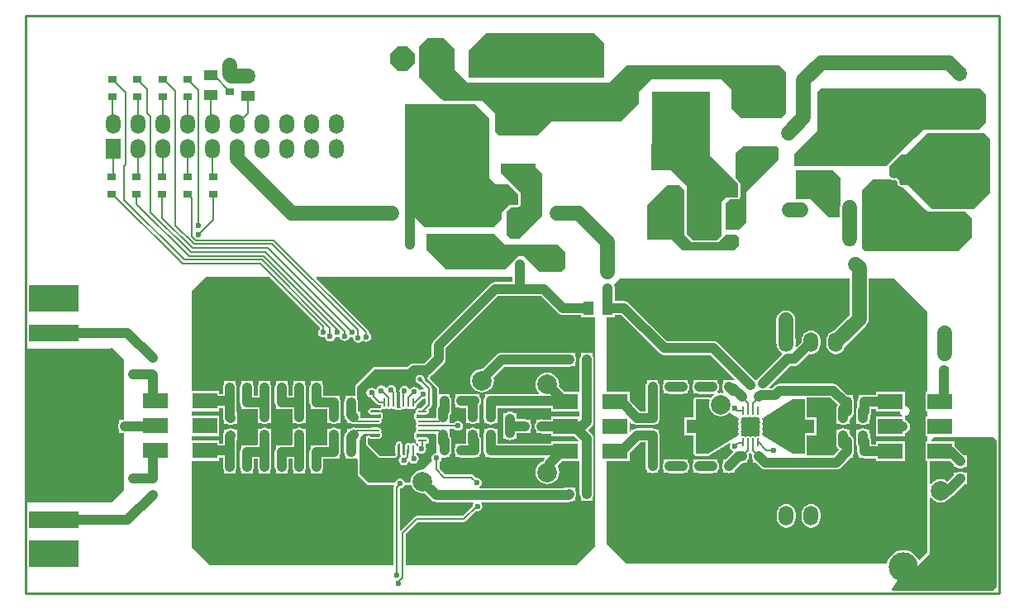
<source format=gtl>
%FSLAX25Y25*%
%MOIN*%
G70*
G01*
G75*
G04 Layer_Physical_Order=1*
G04 Layer_Color=255*
%ADD10R,0.20000X0.07000*%
%ADD11R,0.20000X0.10500*%
%ADD12R,0.03740X0.02953*%
%ADD13R,0.02953X0.03740*%
%ADD14R,0.05709X0.04331*%
%ADD15R,0.04331X0.05709*%
%ADD16O,0.00984X0.03543*%
%ADD17O,0.03543X0.00984*%
%ADD18R,0.05906X0.05906*%
%ADD19O,0.03740X0.00984*%
%ADD20O,0.00984X0.03740*%
%ADD21R,0.12598X0.12598*%
%ADD22R,0.04331X0.14173*%
%ADD23R,0.31496X0.23622*%
%ADD24R,0.14173X0.04331*%
%ADD25R,0.23622X0.31496*%
G04:AMPARAMS|DCode=26|XSize=118.11mil|YSize=62.99mil|CornerRadius=15.75mil|HoleSize=0mil|Usage=FLASHONLY|Rotation=270.000|XOffset=0mil|YOffset=0mil|HoleType=Round|Shape=RoundedRectangle|*
%AMROUNDEDRECTD26*
21,1,0.11811,0.03150,0,0,270.0*
21,1,0.08661,0.06299,0,0,270.0*
1,1,0.03150,-0.01575,-0.04331*
1,1,0.03150,-0.01575,0.04331*
1,1,0.03150,0.01575,0.04331*
1,1,0.03150,0.01575,-0.04331*
%
%ADD26ROUNDEDRECTD26*%
%ADD27R,0.06299X0.11811*%
G04:AMPARAMS|DCode=28|XSize=118.11mil|YSize=62.99mil|CornerRadius=15.75mil|HoleSize=0mil|Usage=FLASHONLY|Rotation=0.000|XOffset=0mil|YOffset=0mil|HoleType=Round|Shape=RoundedRectangle|*
%AMROUNDEDRECTD28*
21,1,0.11811,0.03150,0,0,0.0*
21,1,0.08661,0.06299,0,0,0.0*
1,1,0.03150,0.04331,-0.01575*
1,1,0.03150,-0.04331,-0.01575*
1,1,0.03150,-0.04331,0.01575*
1,1,0.03150,0.04331,0.01575*
%
%ADD28ROUNDEDRECTD28*%
%ADD29R,0.11811X0.06299*%
%ADD30R,0.10000X0.06496*%
%ADD31C,0.03937*%
%ADD32C,0.00787*%
%ADD33C,0.05906*%
%ADD34C,0.01000*%
%ADD35C,0.11811*%
%ADD36C,0.07874*%
%ADD37C,0.02362*%
%ADD38P,0.10653X8X202.5*%
%ADD39P,0.10653X8X292.5*%
%ADD40O,0.05906X0.07874*%
%ADD41R,0.05906X0.07874*%
%ADD42O,0.05906X0.07874*%
%ADD43C,0.02300*%
%ADD44C,0.02000*%
%ADD45C,0.02500*%
%ADD46C,0.02598*%
G36*
X294749Y71003D02*
X295253Y70902D01*
X295747Y71001D01*
X296101Y70647D01*
X296002Y70153D01*
X296102Y69649D01*
X296388Y69221D01*
Y69116D01*
X296102Y68688D01*
X296002Y68184D01*
X296102Y67680D01*
X296388Y67253D01*
Y67147D01*
X296102Y66720D01*
X296002Y66216D01*
X296102Y65712D01*
X296388Y65284D01*
Y65179D01*
X296102Y64751D01*
X296002Y64247D01*
X296101Y63753D01*
X295747Y63399D01*
X295253Y63498D01*
X294749Y63398D01*
X294321Y63112D01*
X294216D01*
X293788Y63398D01*
X293284Y63498D01*
X292780Y63398D01*
X292353Y63112D01*
X292247D01*
X291820Y63398D01*
X291316Y63498D01*
X290812Y63398D01*
X290384Y63112D01*
X290279D01*
X289851Y63398D01*
X289347Y63498D01*
X288853Y63399D01*
X288499Y63753D01*
X288598Y64247D01*
X288497Y64751D01*
X288212Y65179D01*
Y65284D01*
X288497Y65712D01*
X288598Y66216D01*
X288497Y66720D01*
X288212Y67147D01*
Y67253D01*
X288497Y67680D01*
X288598Y68184D01*
X288497Y68688D01*
X288212Y69116D01*
Y69221D01*
X288497Y69649D01*
X288598Y70153D01*
X288499Y70647D01*
X288853Y71001D01*
X289347Y70902D01*
X289851Y71003D01*
X290279Y71288D01*
X290384D01*
X290812Y71003D01*
X291316Y70902D01*
X291820Y71003D01*
X292247Y71288D01*
X292353D01*
X292780Y71003D01*
X293284Y70902D01*
X293788Y71003D01*
X294216Y71288D01*
X294321D01*
X294749Y71003D01*
D02*
G37*
G36*
X214626Y113126D02*
X215204Y112682D01*
X215877Y112403D01*
X216600Y112308D01*
X223898D01*
Y111446D01*
X229800D01*
Y19000D01*
X222200Y11400D01*
X153292D01*
Y23871D01*
X158204Y28783D01*
X176800D01*
X177266Y28876D01*
X177661Y29139D01*
X181701Y33179D01*
X182200Y33080D01*
X182973Y33234D01*
X183628Y33672D01*
X184066Y34327D01*
X184220Y35100D01*
X184066Y35873D01*
X183628Y36528D01*
X183701Y36768D01*
X218915D01*
X219638Y36863D01*
X220311Y37142D01*
X220557Y37330D01*
X221632D01*
Y38419D01*
X221773Y38604D01*
X222052Y39277D01*
X222147Y40000D01*
X222052Y40723D01*
X221773Y41396D01*
X221632Y41581D01*
Y42670D01*
X220143D01*
X220078Y42697D01*
X219355Y42792D01*
X218632Y42697D01*
X218567Y42670D01*
X217079D01*
Y42352D01*
X183063D01*
X182918Y42831D01*
X183428Y43172D01*
X183866Y43827D01*
X184020Y44600D01*
X183866Y45373D01*
X183428Y46028D01*
X182773Y46466D01*
X182000Y46620D01*
X181751Y46570D01*
X180661Y47661D01*
X180266Y47924D01*
X179800Y48017D01*
X169204D01*
X166904Y50318D01*
Y52951D01*
X167115Y53092D01*
X167553Y53747D01*
X167707Y54520D01*
D01*
X168067Y54830D01*
Y54830D01*
X168067Y54830D01*
X168132Y54803D01*
X168855Y54708D01*
X169578Y54803D01*
X169643Y54830D01*
X171132D01*
Y55919D01*
X171274Y56104D01*
X171552Y56777D01*
X171648Y57500D01*
Y61500D01*
X171552Y62223D01*
X171274Y62896D01*
X171092Y63132D01*
Y64055D01*
X170997Y64778D01*
X170970Y64843D01*
Y66283D01*
X172731D01*
X172872Y66072D01*
X173527Y65634D01*
X174300Y65480D01*
X175073Y65634D01*
X175728Y66072D01*
X176166Y66727D01*
X176320Y67500D01*
X176166Y68273D01*
X175728Y68928D01*
X175073Y69366D01*
X174300Y69520D01*
X173527Y69366D01*
X172872Y68928D01*
X172731Y68717D01*
X170970D01*
Y70157D01*
X170997Y70222D01*
X171092Y70945D01*
Y71868D01*
X171274Y72104D01*
X171552Y72777D01*
X171648Y73500D01*
Y77500D01*
X171552Y78223D01*
X171274Y78896D01*
X171132Y79081D01*
Y80170D01*
X169643D01*
X169578Y80197D01*
X168855Y80292D01*
X168132Y80197D01*
X168067Y80170D01*
X166716D01*
Y82600D01*
X166716Y82600D01*
X166654Y82912D01*
X166477Y83177D01*
X166477Y83177D01*
X166395Y83258D01*
X164051Y85603D01*
X164051Y85603D01*
X163075Y86579D01*
Y87025D01*
X163251Y87290D01*
X163289Y87477D01*
X163465Y87550D01*
X164043Y87994D01*
X168575Y92526D01*
X168575Y92526D01*
X169018Y93104D01*
X169297Y93777D01*
X169392Y94500D01*
Y98817D01*
X190470Y119895D01*
X207856D01*
X214626Y113126D01*
D02*
G37*
G36*
X158157Y90343D02*
X158224Y90299D01*
X158252Y90287D01*
X158399Y90188D01*
X158712Y90126D01*
X158712Y90126D01*
X159093D01*
X159093Y90126D01*
X159405Y90188D01*
X159670Y90365D01*
X159670Y90365D01*
X159702Y90398D01*
X162498Y87602D01*
X162175Y87279D01*
X162152Y87246D01*
X162121Y87220D01*
X162065Y87114D01*
X161998Y87015D01*
X161990Y86975D01*
X161971Y86939D01*
X161959Y86820D01*
X161959Y86819D01*
X161956Y86813D01*
Y86806D01*
X161936Y86703D01*
X161944Y86663D01*
X161940Y86623D01*
X161945Y86573D01*
X161953Y86547D01*
X165900Y82600D01*
Y82520D01*
Y82107D01*
Y75475D01*
X165882Y75451D01*
X165603Y74778D01*
X165508Y74055D01*
Y71308D01*
X164886Y70686D01*
X161829D01*
X161325Y70786D01*
X158569D01*
X158065Y70686D01*
X157940Y70602D01*
X157499Y70838D01*
Y72036D01*
X157940Y72272D01*
X158065Y72188D01*
X158569Y72088D01*
X161325D01*
X161829Y72188D01*
X162257Y72474D01*
X162542Y72901D01*
X162643Y73405D01*
X162542Y73910D01*
X162394Y74131D01*
X163526Y75263D01*
X163790Y75658D01*
X163882Y76124D01*
Y82635D01*
X163790Y83100D01*
X163526Y83495D01*
X161961Y85061D01*
X161659Y85262D01*
X160816Y86105D01*
X160835Y86200D01*
X160696Y86902D01*
X160298Y87498D01*
X159702Y87896D01*
X159000Y88035D01*
X158298Y87896D01*
X157702Y87498D01*
X157304Y86902D01*
X157165Y86200D01*
X157304Y85498D01*
X157702Y84902D01*
X158298Y84504D01*
X159000Y84365D01*
X159095Y84384D01*
X160139Y83339D01*
X160441Y83138D01*
X160788Y82791D01*
X160552Y82350D01*
X160200Y82420D01*
X159427Y82266D01*
X159125Y82064D01*
X158666Y81973D01*
X158228Y82628D01*
X157573Y83066D01*
X156800Y83220D01*
X156027Y83066D01*
X155372Y82628D01*
X155167Y82322D01*
X154677Y82420D01*
X154666Y82473D01*
X154228Y83128D01*
X153573Y83566D01*
X152800Y83720D01*
X152027Y83566D01*
X151372Y83128D01*
X150934Y82473D01*
X150780Y81700D01*
X150934Y80927D01*
X151051Y80751D01*
Y78427D01*
X151051Y78425D01*
Y75669D01*
X151151Y75165D01*
X151235Y75040D01*
X150999Y74599D01*
X149801D01*
X149565Y75040D01*
X149649Y75165D01*
X149749Y75669D01*
Y78425D01*
X149649Y78929D01*
X149548Y79079D01*
Y80969D01*
X149456Y81434D01*
X149341Y81606D01*
X149420Y82000D01*
X149266Y82773D01*
X148828Y83428D01*
X148173Y83866D01*
X147400Y84020D01*
X146627Y83866D01*
X145972Y83428D01*
X145583Y82847D01*
X145163D01*
X145071Y82865D01*
X144828Y83228D01*
X144173Y83666D01*
X143400Y83820D01*
X142627Y83666D01*
X141972Y83228D01*
X141534Y82573D01*
X141485Y82327D01*
X140995Y82229D01*
X140928Y82328D01*
X140273Y82766D01*
X139500Y82920D01*
X138727Y82766D01*
X138072Y82328D01*
X137634Y81673D01*
X137480Y80900D01*
X137634Y80127D01*
X138072Y79472D01*
X138727Y79034D01*
X139173Y78945D01*
X139176Y78934D01*
X139439Y78539D01*
X141792Y76187D01*
X142187Y75923D01*
X142653Y75830D01*
X143177D01*
Y75669D01*
X143277Y75165D01*
X143345Y75064D01*
X143109Y74623D01*
X142735D01*
X142231Y74723D01*
X139475D01*
X138971Y74623D01*
X138543Y74337D01*
X138258Y73910D01*
X138157Y73405D01*
X138258Y72901D01*
X138543Y72474D01*
X138971Y72188D01*
X139475Y72088D01*
X142231D01*
X142735Y72188D01*
X142735Y72189D01*
X143301D01*
Y70838D01*
X142860Y70602D01*
X142735Y70686D01*
X142231Y70786D01*
X139475D01*
X138971Y70686D01*
X135320D01*
X135092Y70945D01*
X134997Y71667D01*
X134970Y71733D01*
Y73221D01*
X134037D01*
Y77000D01*
X133942Y77723D01*
X133700Y78307D01*
Y83300D01*
X140800Y90400D01*
X158100D01*
X158157Y90343D01*
D02*
G37*
G36*
X196371Y125479D02*
X189313D01*
X188590Y125384D01*
X187917Y125105D01*
X187338Y124662D01*
X164626Y101948D01*
X164182Y101370D01*
X163903Y100697D01*
X163808Y99974D01*
Y95657D01*
X160912Y92761D01*
X156705D01*
X155983Y92666D01*
X155309Y92387D01*
X154731Y91943D01*
X154731Y91943D01*
X154004Y91216D01*
X140800D01*
X140800Y91216D01*
X140488Y91154D01*
X140223Y90977D01*
X140223Y90977D01*
X133123Y83877D01*
X132946Y83612D01*
X132884Y83300D01*
X132884Y83300D01*
Y79670D01*
X132033D01*
X131967Y79697D01*
X131245Y79792D01*
X130522Y79697D01*
X130456Y79670D01*
X128969D01*
Y78581D01*
X128826Y78396D01*
X128548Y77723D01*
X128452Y77000D01*
Y72000D01*
X128452Y72000D01*
X128452D01*
X128548Y71277D01*
X128826Y70604D01*
X129270Y70025D01*
X129630Y69666D01*
Y68669D01*
X130719D01*
X130904Y68527D01*
X131577Y68248D01*
X132300Y68152D01*
X133023Y68248D01*
X133290Y68358D01*
X133311Y68344D01*
X133311Y68344D01*
X133311Y68344D01*
X133475Y68312D01*
X133776Y68252D01*
X138970D01*
X138971Y68251D01*
X139475Y68151D01*
X142231D01*
X142735Y68251D01*
X143162Y68537D01*
X143448Y68964D01*
X143548Y69468D01*
X143448Y69973D01*
X143453Y69994D01*
X143685Y70118D01*
X143778Y70195D01*
X143878Y70261D01*
X143900Y70295D01*
X143931Y70320D01*
X143988Y70426D01*
X144054Y70526D01*
X144062Y70565D01*
X144081Y70601D01*
X144093Y70720D01*
X144116Y70838D01*
Y72189D01*
X144054Y72501D01*
X143878Y72765D01*
X143613Y72942D01*
X143301Y73004D01*
X142735D01*
X142657Y72989D01*
X142577Y72989D01*
X142576Y72988D01*
X142576D01*
X142150Y72904D01*
X139555D01*
X139289Y72957D01*
X139131Y73062D01*
X139026Y73220D01*
X138989Y73405D01*
X139026Y73591D01*
X139131Y73749D01*
X139289Y73854D01*
X139555Y73907D01*
X142150D01*
X142576Y73823D01*
X142656D01*
X142735Y73807D01*
X143109D01*
X143227Y73830D01*
X143346Y73842D01*
X143382Y73861D01*
X143422Y73869D01*
X143521Y73936D01*
X143627Y73992D01*
X143652Y74023D01*
X143686Y74046D01*
X143753Y74146D01*
X143829Y74238D01*
X143936Y74439D01*
X143990Y74452D01*
X144494Y74352D01*
X144999Y74452D01*
X145426Y74738D01*
X145531D01*
X145959Y74452D01*
X146463Y74352D01*
X146967Y74452D01*
X147395Y74738D01*
X147500D01*
X147927Y74452D01*
X148432Y74352D01*
X148936Y74452D01*
X148958Y74447D01*
X149082Y74215D01*
X149158Y74122D01*
X149224Y74022D01*
X149258Y74000D01*
X149283Y73969D01*
X149389Y73912D01*
X149489Y73846D01*
X149528Y73838D01*
X149564Y73819D01*
X149683Y73807D01*
X149801Y73783D01*
X150999D01*
X151117Y73807D01*
X151236Y73819D01*
X151272Y73838D01*
X151311Y73846D01*
X151411Y73912D01*
X151517Y73969D01*
X151542Y74000D01*
X151576Y74022D01*
X151643Y74122D01*
X151718Y74215D01*
X151842Y74447D01*
X151864Y74452D01*
X152368Y74352D01*
X152873Y74452D01*
X153300Y74738D01*
X153405D01*
X153833Y74452D01*
X154337Y74352D01*
X154841Y74452D01*
X155269Y74738D01*
X155374D01*
X155801Y74452D01*
X156306Y74352D01*
X156810Y74452D01*
X157237Y74738D01*
X157523Y75165D01*
X157623Y75669D01*
Y75996D01*
X157908Y76187D01*
X160118Y78396D01*
X160200Y78380D01*
X160973Y78534D01*
X161007Y78557D01*
X161448Y78321D01*
Y76628D01*
X159544Y74723D01*
X158569D01*
X158065Y74623D01*
X157638Y74337D01*
X157352Y73910D01*
X157252Y73405D01*
X157352Y72901D01*
X157347Y72879D01*
X157115Y72755D01*
X157022Y72680D01*
X156922Y72613D01*
X156900Y72579D01*
X156869Y72554D01*
X156812Y72448D01*
X156746Y72348D01*
X156738Y72309D01*
X156719Y72273D01*
X156707Y72154D01*
X156684Y72036D01*
Y70838D01*
X156707Y70720D01*
X156719Y70601D01*
X156738Y70565D01*
X156746Y70526D01*
X156812Y70426D01*
X156869Y70320D01*
X156900Y70295D01*
X156922Y70261D01*
X157022Y70195D01*
X157115Y70118D01*
X157347Y69994D01*
X157352Y69973D01*
X157252Y69468D01*
X157352Y68964D01*
X157638Y68537D01*
Y68432D01*
X157352Y68004D01*
X157252Y67500D01*
X157352Y66996D01*
X157638Y66568D01*
Y66463D01*
X157352Y66036D01*
X157252Y65531D01*
X157352Y65027D01*
X157347Y65005D01*
X157115Y64881D01*
X157022Y64806D01*
X156922Y64739D01*
X156900Y64705D01*
X156869Y64680D01*
X156812Y64574D01*
X156746Y64474D01*
X156738Y64435D01*
X156719Y64399D01*
X156707Y64280D01*
X156684Y64162D01*
Y62964D01*
X156707Y62846D01*
X156719Y62727D01*
X156738Y62691D01*
X156746Y62652D01*
X156812Y62552D01*
X156869Y62446D01*
X156900Y62421D01*
X156922Y62387D01*
X157022Y62321D01*
X157115Y62244D01*
X157347Y62120D01*
X157352Y62099D01*
X157252Y61594D01*
X157352Y61090D01*
X157638Y60663D01*
X158065Y60377D01*
X158370Y60317D01*
X158468Y59826D01*
X158172Y59628D01*
X158066Y59470D01*
X157576Y59568D01*
X157523Y59835D01*
X157237Y60262D01*
X156810Y60548D01*
X156306Y60648D01*
X155801Y60548D01*
X155374Y60262D01*
X155269D01*
X154841Y60548D01*
X154337Y60648D01*
X153833Y60548D01*
X153405Y60262D01*
X153120Y59835D01*
X153020Y59331D01*
Y58330D01*
X153010Y58316D01*
X152918Y57850D01*
Y55931D01*
X152687Y55742D01*
X152202Y55863D01*
X152161Y55962D01*
X152090Y56134D01*
X152090Y56134D01*
D01*
X151920Y56389D01*
X151867Y56655D01*
Y59331D01*
X151867Y59333D01*
Y60401D01*
X151805Y60713D01*
X151628Y60978D01*
X151364Y61154D01*
X151051Y61216D01*
X150167D01*
X149855Y61154D01*
X149590Y60978D01*
X149413Y60713D01*
X149351Y60401D01*
Y60087D01*
X149183Y59835D01*
X149083Y59331D01*
Y56575D01*
X149183Y56071D01*
X149218Y56019D01*
X149217Y56019D01*
X149217Y56019D01*
Y56019D01*
X149176Y55977D01*
X148656Y55457D01*
D01*
X148599Y55400D01*
X142900D01*
X138000Y60300D01*
Y60380D01*
Y62529D01*
Y62583D01*
X138479Y62728D01*
X138508Y62683D01*
D01*
X138543Y62631D01*
X138971Y62346D01*
X139475Y62246D01*
X142231D01*
X142309Y62261D01*
X142735Y62346D01*
X143162Y62631D01*
X143184Y62663D01*
X143230Y62733D01*
D01*
X143260Y62778D01*
X143275Y62800D01*
X143342Y62845D01*
X143394Y62897D01*
X143403Y62903D01*
X143426Y62937D01*
X143458Y62963D01*
X143514Y63068D01*
X143580Y63168D01*
X143588Y63208D01*
X143608Y63244D01*
X143698Y63543D01*
X143702Y63583D01*
X143718Y63620D01*
X143718Y63740D01*
X143730Y63859D01*
X143718Y63898D01*
Y63938D01*
X143644Y64310D01*
X143644Y64310D01*
X143644Y64310D01*
X143644D01*
X143522Y64604D01*
X143522Y64604D01*
X143522Y64604D01*
X143445Y64719D01*
X143360Y64804D01*
X143326Y64846D01*
X143448Y65027D01*
X143548Y65531D01*
X143448Y66036D01*
X143162Y66463D01*
X142735Y66749D01*
X142231Y66849D01*
X139475D01*
X138971Y66749D01*
X133776D01*
X133311Y66656D01*
X133290Y66642D01*
X133023Y66752D01*
X132300Y66848D01*
X131577Y66752D01*
X130904Y66474D01*
X130719Y66331D01*
X129630D01*
Y65334D01*
X129270Y64974D01*
X128826Y64396D01*
X128548Y63723D01*
X128452Y63000D01*
Y57000D01*
X128548Y56277D01*
X128826Y55604D01*
X128969Y55419D01*
Y54330D01*
X130456D01*
X130522Y54303D01*
X131245Y54208D01*
X131967Y54303D01*
X132033Y54330D01*
X133521D01*
Y54330D01*
X133531D01*
X133884Y53976D01*
Y48100D01*
X133884Y48100D01*
X133946Y47788D01*
X134123Y47523D01*
X134123Y47523D01*
X137723Y43923D01*
X137988Y43746D01*
X138300Y43684D01*
X138300Y43684D01*
X148299D01*
X148535Y43243D01*
X148498Y43188D01*
X148405Y42722D01*
Y11400D01*
X74100D01*
X67000Y18500D01*
Y53452D01*
X78100D01*
Y54708D01*
X79563D01*
Y51000D01*
X79658Y50277D01*
X79937Y49604D01*
X80079Y49419D01*
Y48330D01*
X81567D01*
X81633Y48303D01*
X82355Y48208D01*
X83078Y48303D01*
X83144Y48330D01*
X84632D01*
Y49419D01*
X84773Y49604D01*
X85052Y50277D01*
X85148Y51000D01*
Y57000D01*
X85148Y57000D01*
X85148Y57000D01*
Y61479D01*
X85321D01*
Y62967D01*
X85348Y63033D01*
X85443Y63755D01*
X85348Y64478D01*
X85321Y64543D01*
Y66031D01*
X84232D01*
X84047Y66173D01*
X83373Y66452D01*
X82650Y66548D01*
X81928Y66452D01*
X81254Y66173D01*
X81069Y66031D01*
X79980D01*
Y64913D01*
X79937Y64856D01*
X79658Y64183D01*
X79563Y63460D01*
Y60292D01*
X78100D01*
Y61548D01*
X67000D01*
Y63452D01*
X78100D01*
Y71548D01*
X67000D01*
Y73452D01*
X78100D01*
Y74708D01*
X79563D01*
Y70940D01*
X79563Y70940D01*
X79563D01*
X79658Y70217D01*
X79937Y69544D01*
X79980Y69487D01*
Y68369D01*
X81069D01*
X81254Y68226D01*
X81928Y67948D01*
X82650Y67852D01*
X83373Y67948D01*
X84047Y68226D01*
X84232Y68369D01*
X85321D01*
Y69857D01*
X85348Y69922D01*
X85443Y70645D01*
X85348Y71368D01*
X85321Y71433D01*
Y72921D01*
X85148D01*
Y77000D01*
X85148Y77000D01*
X85148Y77000D01*
Y83000D01*
X85052Y83723D01*
X84773Y84396D01*
X84632Y84581D01*
Y85670D01*
X83144D01*
X83078Y85697D01*
X82355Y85792D01*
X81633Y85697D01*
X81567Y85670D01*
X80079D01*
Y84581D01*
X79937Y84396D01*
X79658Y83723D01*
X79563Y83000D01*
Y80292D01*
X78100D01*
Y81548D01*
X67000D01*
Y121800D01*
X72700Y127500D01*
X98203D01*
X118569Y107134D01*
X118520Y106636D01*
X118508Y106628D01*
X118070Y105973D01*
X117916Y105200D01*
X118070Y104427D01*
X118508Y103772D01*
X119163Y103334D01*
X119936Y103180D01*
X120462Y103285D01*
X120878Y103007D01*
X120934Y102727D01*
X121372Y102072D01*
X122027Y101634D01*
X122800Y101480D01*
X123573Y101634D01*
X124228Y102072D01*
X124666Y102727D01*
X124719Y102995D01*
X125135Y103273D01*
X125600Y103180D01*
X126373Y103334D01*
X126780Y103165D01*
X126807Y103029D01*
X127245Y102373D01*
X127901Y101936D01*
X128674Y101782D01*
X129447Y101936D01*
X130102Y102373D01*
X130540Y103029D01*
X130567Y103165D01*
X130974Y103334D01*
X131747Y103180D01*
X132005Y103231D01*
X132118Y103119D01*
X132272Y102346D01*
X132710Y101690D01*
X133365Y101252D01*
X134138Y101099D01*
X134911Y101252D01*
X135566Y101690D01*
X135594Y101732D01*
X136084Y101830D01*
X136527Y101534D01*
X137300Y101380D01*
X138073Y101534D01*
X138728Y101972D01*
X139166Y102627D01*
X139320Y103400D01*
X139166Y104173D01*
X138728Y104828D01*
X138517Y104969D01*
Y105251D01*
X138424Y105716D01*
X138161Y106111D01*
X117234Y127038D01*
X117425Y127500D01*
X196371D01*
Y125479D01*
D02*
G37*
G36*
X363800Y113400D02*
Y81248D01*
X363000D01*
Y73152D01*
X363800D01*
Y71248D01*
X363000D01*
Y63152D01*
X363800D01*
Y61248D01*
X363000D01*
Y53152D01*
X363800D01*
Y16700D01*
X360566Y13466D01*
X360071Y13540D01*
X359642Y14343D01*
X358804Y15364D01*
X357783Y16202D01*
X356618Y16825D01*
X355354Y17209D01*
X354039Y17338D01*
X352725Y17209D01*
X351461Y16825D01*
X350296Y16202D01*
X349275Y15364D01*
X348437Y14343D01*
X347814Y13179D01*
X347431Y11914D01*
X347429Y11900D01*
X242200D01*
X234200Y19900D01*
Y53152D01*
X243600D01*
Y56606D01*
X247957Y60963D01*
X250063D01*
Y51200D01*
X250158Y50477D01*
X250437Y49804D01*
X250579Y49619D01*
Y48530D01*
X252067D01*
X252133Y48503D01*
X252855Y48408D01*
X253578Y48503D01*
X253643Y48530D01*
X255132D01*
Y49619D01*
X255274Y49804D01*
X255552Y50477D01*
X255648Y51200D01*
Y63700D01*
X255552Y64423D01*
X255470Y64622D01*
Y66031D01*
X254381D01*
X254196Y66173D01*
X253523Y66452D01*
X252800Y66548D01*
X246800D01*
X246077Y66452D01*
X245880Y66371D01*
X245404Y66173D01*
X245219Y66031D01*
X244130D01*
Y65388D01*
X243714Y65110D01*
X243600Y65158D01*
Y69243D01*
X243714Y69290D01*
X244130Y69012D01*
Y68369D01*
X245219D01*
X245404Y68226D01*
X245880Y68029D01*
X246077Y67948D01*
X246800Y67852D01*
X252800D01*
X253523Y67948D01*
X254196Y68226D01*
X254381Y68369D01*
X255470D01*
Y69778D01*
X255552Y69977D01*
X255648Y70700D01*
Y83200D01*
X255552Y83923D01*
X255274Y84596D01*
X255132Y84781D01*
Y85870D01*
X253643D01*
X253578Y85897D01*
X252855Y85992D01*
X252133Y85897D01*
X252067Y85870D01*
X250579D01*
Y84781D01*
X250437Y84596D01*
X250158Y83923D01*
X250063Y83200D01*
Y73437D01*
X247957D01*
X243600Y77794D01*
Y81248D01*
X234200D01*
Y111446D01*
X237702D01*
Y112308D01*
X240143D01*
X255525Y96925D01*
X255525D01*
X255525Y96925D01*
X255525Y96925D01*
Y96925D01*
X256104Y96482D01*
X256777Y96203D01*
X257500Y96108D01*
X276243D01*
X286019Y86332D01*
X285828Y85870D01*
X284533D01*
X284468Y85897D01*
X283745Y85992D01*
X283022Y85897D01*
X282957Y85870D01*
X281469D01*
Y84781D01*
X281327Y84596D01*
X281048Y83923D01*
X280952Y83200D01*
X281048Y82477D01*
X281327Y81804D01*
X281469Y81619D01*
Y81103D01*
X281093Y80774D01*
X280300Y80878D01*
X279507Y80774D01*
X279132Y81103D01*
Y81619D01*
X279274Y81804D01*
X279552Y82477D01*
X279648Y83200D01*
X279552Y83923D01*
X279274Y84596D01*
X279132Y84781D01*
Y85870D01*
X277643D01*
X277578Y85897D01*
X276855Y85992D01*
X271745D01*
X271022Y85897D01*
X270956Y85870D01*
X269468D01*
Y84781D01*
X269326Y84596D01*
X269048Y83923D01*
X268952Y83200D01*
X269048Y82477D01*
X269326Y81804D01*
X269468Y81619D01*
Y80530D01*
X270956D01*
X271022Y80503D01*
X271745Y80408D01*
X276855D01*
X277439Y80484D01*
X277631Y80023D01*
X276922Y79479D01*
X276232Y78579D01*
X275732Y78892D01*
X275669Y78916D01*
X275612Y78954D01*
X275521Y78972D01*
X275435Y79005D01*
X275367Y79002D01*
X275300Y79016D01*
X270300D01*
X269988Y78954D01*
X269839Y78854D01*
X269772D01*
Y78809D01*
X269723Y78777D01*
X269546Y78512D01*
X269484Y78200D01*
Y70854D01*
X265772D01*
Y63546D01*
X269484D01*
Y56200D01*
X269546Y55888D01*
X269723Y55623D01*
X269772Y55591D01*
Y55546D01*
X269839D01*
X269988Y55446D01*
X270300Y55384D01*
X275300D01*
X275367Y55398D01*
X275435Y55396D01*
X275521Y55428D01*
X275612Y55446D01*
X275669Y55484D01*
X275732Y55508D01*
X283912Y60620D01*
X284260Y60261D01*
X284134Y60073D01*
X283980Y59300D01*
X284134Y58527D01*
X284572Y57872D01*
X285227Y57434D01*
X285376Y57404D01*
X285522Y56926D01*
X282466Y53870D01*
X281469D01*
Y52781D01*
X281327Y52596D01*
X281048Y51923D01*
X280952Y51200D01*
X281048Y50477D01*
X281327Y49804D01*
X281469Y49619D01*
Y48530D01*
X282957D01*
X283022Y48503D01*
X283745Y48408D01*
X284468Y48503D01*
X284533Y48530D01*
X286021D01*
Y49527D01*
X288908Y52415D01*
X289578Y52503D01*
X289644Y52530D01*
X291131D01*
Y53619D01*
X291273Y53804D01*
X291552Y54477D01*
X291648Y55200D01*
X291552Y55923D01*
X291478Y56102D01*
X292176Y56800D01*
D01*
X292424Y56800D01*
X293122Y56102D01*
X293048Y55923D01*
X292952Y55200D01*
X293048Y54477D01*
X293326Y53804D01*
X293468Y53619D01*
Y52530D01*
X294521D01*
X296325Y50726D01*
X296904Y50282D01*
X297577Y50003D01*
X298300Y49908D01*
X326855D01*
X327578Y50003D01*
X328251Y50282D01*
X328830Y50726D01*
X328830Y50726D01*
X328830Y50726D01*
X332634Y54530D01*
X333631D01*
Y55619D01*
X333773Y55804D01*
X334052Y56477D01*
X334148Y57200D01*
Y61200D01*
X334052Y61923D01*
X333773Y62596D01*
X333330Y63174D01*
X332751Y63618D01*
X332592Y63684D01*
Y63755D01*
X332497Y64478D01*
X332470Y64543D01*
Y66031D01*
X331381D01*
X331196Y66173D01*
X330523Y66452D01*
X329800Y66548D01*
X329077Y66452D01*
X328404Y66173D01*
X328219Y66031D01*
X327130D01*
Y64543D01*
X327103Y64478D01*
X327008Y63755D01*
Y60200D01*
X327103Y59477D01*
X327382Y58804D01*
X327825Y58226D01*
X327868Y58193D01*
X327900Y57694D01*
X325698Y55492D01*
X315446D01*
X315203Y55652D01*
X315053Y55933D01*
X315054Y55935D01*
X315054Y55939D01*
X315056Y55942D01*
X315085Y56095D01*
X315116Y56247D01*
Y63546D01*
X318828D01*
Y70854D01*
X315116D01*
Y78200D01*
X315054Y78512D01*
X314877Y78777D01*
X314828Y78809D01*
Y78854D01*
D01*
Y78854D01*
X314882Y78908D01*
X324643D01*
X327630Y75920D01*
X327382Y75596D01*
X327103Y74923D01*
X327008Y74200D01*
Y70645D01*
X327103Y69922D01*
X327130Y69857D01*
Y68369D01*
X328219D01*
X328404Y68226D01*
X329077Y67948D01*
X329800Y67852D01*
X330523Y67948D01*
X331196Y68226D01*
X331381Y68369D01*
X332470D01*
Y69857D01*
X332497Y69922D01*
X332592Y70645D01*
Y70716D01*
X332751Y70782D01*
X333330Y71226D01*
X333773Y71804D01*
X334052Y72477D01*
X334148Y73200D01*
Y77200D01*
X334052Y77923D01*
X333773Y78596D01*
X333631Y78781D01*
Y79870D01*
X332143D01*
X332078Y79897D01*
X331884Y79923D01*
X331472Y79977D01*
X327775Y83675D01*
X327196Y84118D01*
X326523Y84397D01*
X325800Y84492D01*
X303999D01*
X303276Y84397D01*
X303079Y84316D01*
X302603Y84118D01*
X302025Y83675D01*
X301105Y82755D01*
X300058D01*
X299866Y83217D01*
X308351Y91702D01*
X310094D01*
X310817Y91797D01*
X311491Y92076D01*
X312069Y92520D01*
X316075Y96526D01*
X316800Y96431D01*
X317780Y96560D01*
X318693Y96938D01*
X319477Y97539D01*
X320078Y98323D01*
X320456Y99236D01*
X320585Y100216D01*
Y102184D01*
X320456Y103164D01*
X320078Y104077D01*
X319477Y104861D01*
X318693Y105462D01*
X317780Y105840D01*
X316800Y105969D01*
X315820Y105840D01*
X314907Y105462D01*
X314124Y104861D01*
X313522Y104077D01*
X313144Y103164D01*
X313015Y102184D01*
Y101364D01*
X310941Y99290D01*
X310492Y99511D01*
X310585Y100216D01*
Y102184D01*
X310456Y103164D01*
X310385Y103335D01*
Y110355D01*
X310256Y111335D01*
X309878Y112248D01*
X309277Y113032D01*
X308493Y113633D01*
X307580Y114011D01*
X306600Y114140D01*
X305620Y114011D01*
X304707Y113633D01*
X303924Y113032D01*
X303322Y112248D01*
X302944Y111335D01*
X302815Y110355D01*
Y101400D01*
X302815Y101400D01*
X302815D01*
X302944Y100420D01*
X303015Y100249D01*
Y100216D01*
X303144Y99236D01*
X303522Y98323D01*
X304123Y97539D01*
X304907Y96938D01*
X305044Y96881D01*
X305142Y96391D01*
X295426Y86674D01*
X294982Y86096D01*
X294954Y86030D01*
X294459Y85965D01*
X294374Y86075D01*
X293796Y86518D01*
X293685Y86564D01*
X279375Y100874D01*
X278796Y101318D01*
X278123Y101597D01*
X277400Y101692D01*
X258657D01*
X243274Y117075D01*
X242696Y117518D01*
X242023Y117797D01*
X241300Y117892D01*
X237702D01*
Y118754D01*
X237592D01*
Y122855D01*
X237497Y123578D01*
X237470Y123643D01*
Y124670D01*
X239800Y127000D01*
X332415D01*
Y112168D01*
X326128Y105881D01*
X325820Y105840D01*
X324907Y105462D01*
X324124Y104861D01*
X323522Y104077D01*
X323144Y103164D01*
X323015Y102184D01*
Y100216D01*
X323144Y99236D01*
X323522Y98323D01*
X324124Y97539D01*
X324907Y96938D01*
X325820Y96560D01*
X326800Y96431D01*
X327780Y96560D01*
X328693Y96938D01*
X329476Y97539D01*
X330078Y98323D01*
X330456Y99236D01*
X330497Y99544D01*
X338877Y107923D01*
X339478Y108707D01*
X339667Y109164D01*
X339856Y109620D01*
X339985Y110600D01*
Y127000D01*
X350200D01*
X363800Y113400D01*
D02*
G37*
G36*
X158065Y64314D02*
X158569Y64214D01*
X161325D01*
X161829Y64314D01*
X161830Y64315D01*
X165085D01*
X165508Y63892D01*
Y60945D01*
X165603Y60222D01*
X165694Y60001D01*
X165700Y59987D01*
Y56551D01*
X165687Y56540D01*
X164914Y56387D01*
X164258Y55949D01*
X163821Y55293D01*
X163667Y54520D01*
X163821Y53747D01*
X163911Y53611D01*
X160169Y49869D01*
X160100Y49878D01*
X158863Y49715D01*
X157711Y49238D01*
X156721Y48478D01*
X155962Y47489D01*
X155485Y46337D01*
X155322Y45100D01*
X155331Y45031D01*
X154800Y44500D01*
X152980D01*
X152866Y45073D01*
X152428Y45728D01*
X151773Y46166D01*
X151000Y46320D01*
X150227Y46166D01*
X149572Y45728D01*
X149134Y45073D01*
X149020Y44500D01*
X138300D01*
X134700Y48100D01*
Y61779D01*
X134970D01*
Y62870D01*
X136415Y64315D01*
X138970D01*
X138971Y64314D01*
X139475Y64214D01*
X142231D01*
X142713Y64310D01*
X142767Y64266D01*
X142844Y64151D01*
X142918Y63779D01*
X142827Y63481D01*
X142822Y63478D01*
X142765Y63421D01*
X142698Y63377D01*
X142654Y63310D01*
X142597Y63253D01*
X142574Y63219D01*
X142417Y63114D01*
X142150Y63061D01*
X139555D01*
X139289Y63114D01*
X139119Y63228D01*
X139109Y63246D01*
X139016Y63322D01*
X138932Y63407D01*
X138894Y63422D01*
X138863Y63448D01*
X138748Y63482D01*
X138638Y63528D01*
X138597D01*
X138558Y63540D01*
X138439Y63528D01*
X138319Y63528D01*
X138282Y63513D01*
X138242Y63509D01*
X137763Y63364D01*
X137727Y63345D01*
X137688Y63337D01*
X137588Y63270D01*
X137483Y63214D01*
X137457Y63182D01*
X137423Y63160D01*
X137357Y63060D01*
X137281Y62968D01*
X137269Y62929D01*
X137246Y62895D01*
X137223Y62778D01*
X137188Y62663D01*
X137192Y62623D01*
X137184Y62583D01*
Y60300D01*
X137184Y60300D01*
X137246Y59988D01*
X137423Y59723D01*
X137423Y59723D01*
X142323Y54823D01*
X142588Y54646D01*
X142900Y54584D01*
X142900Y54584D01*
X148599D01*
X148911Y54646D01*
X149017Y54717D01*
X149176Y54823D01*
X149176Y54823D01*
X149794Y55442D01*
X149839Y55509D01*
X149896Y55566D01*
X149926Y55640D01*
X149971Y55707D01*
X149987Y55785D01*
X150017Y55860D01*
Y55940D01*
X150033Y56019D01*
X150018Y56098D01*
Y56178D01*
X149987Y56252D01*
X149971Y56331D01*
X149959Y56349D01*
X149898Y56655D01*
Y59250D01*
X149951Y59517D01*
X150029Y59634D01*
X150060Y59708D01*
X150105Y59775D01*
X150120Y59854D01*
X150151Y59928D01*
X150151Y60008D01*
X150167Y60087D01*
Y60401D01*
X151051D01*
Y59333D01*
X151051Y59331D01*
Y56575D01*
X151151Y56071D01*
X151412Y55681D01*
X151314Y55190D01*
X151072Y55028D01*
X150634Y54373D01*
X150480Y53600D01*
X150634Y52827D01*
X151072Y52172D01*
X151727Y51734D01*
X152500Y51580D01*
X153273Y51734D01*
X153928Y52172D01*
X154366Y52827D01*
X154414Y53069D01*
X154905Y53167D01*
X155081Y52903D01*
X155736Y52465D01*
X156509Y52311D01*
X157282Y52465D01*
X157938Y52903D01*
X158376Y53558D01*
X158529Y54331D01*
X158376Y55104D01*
X157938Y55759D01*
X157523Y56037D01*
Y56071D01*
X157523Y56071D01*
X157623Y56575D01*
Y56732D01*
X158101Y56877D01*
X158172Y56772D01*
X158827Y56334D01*
X159600Y56180D01*
X160373Y56334D01*
X161028Y56772D01*
X161466Y57427D01*
X161620Y58200D01*
X161466Y58973D01*
X161164Y59425D01*
Y60277D01*
X161325D01*
X161829Y60377D01*
X162257Y60663D01*
X162542Y61090D01*
X162643Y61594D01*
X162542Y62099D01*
X162257Y62526D01*
X161829Y62812D01*
X161325Y62912D01*
X158569D01*
X158065Y62812D01*
X157940Y62728D01*
X157499Y62964D01*
Y64162D01*
X157940Y64398D01*
X158065Y64314D01*
D02*
G37*
G36*
X155593Y43603D02*
X155962Y42711D01*
X156721Y41721D01*
X157711Y40962D01*
X158863Y40485D01*
X160100Y40322D01*
X160832Y40418D01*
X163666Y37585D01*
X164244Y37142D01*
X164917Y36863D01*
X165640Y36768D01*
X180401D01*
X180637Y36327D01*
X180334Y35873D01*
X180180Y35102D01*
X176296Y31217D01*
X157700D01*
X157234Y31124D01*
X156839Y30861D01*
X151301Y25322D01*
X150839Y25514D01*
Y41471D01*
X151000Y42280D01*
X151773Y42434D01*
X152428Y42872D01*
X152866Y43527D01*
X152901Y43700D01*
X152901D01*
X152980Y43684D01*
X154800D01*
X154800Y43684D01*
X155112Y43746D01*
X155114Y43748D01*
X155593Y43603D01*
D02*
G37*
G36*
X39600Y94300D02*
Y70034D01*
X39322Y69997D01*
X39257Y69970D01*
X37768D01*
Y68881D01*
X37626Y68696D01*
X37348Y68023D01*
X37252Y67300D01*
X37348Y66577D01*
X37626Y65904D01*
X37768Y65719D01*
Y64630D01*
X39257D01*
X39322Y64603D01*
X39600Y64566D01*
Y41500D01*
X34700Y36600D01*
X2200D01*
X82Y36777D01*
X0Y37000D01*
X0D01*
X0Y37000D01*
Y98700D01*
X34200D01*
X34700Y99200D01*
X39600Y94300D01*
D02*
G37*
G36*
X391700Y61400D02*
Y2500D01*
X390100Y900D01*
X349900D01*
X349200Y1600D01*
X355600Y10900D01*
X359600D01*
X364700Y16000D01*
Y38353D01*
X365174Y38514D01*
X365621Y37930D01*
X366611Y37171D01*
X367763Y36694D01*
X369000Y36531D01*
X370237Y36694D01*
X371389Y37171D01*
X372378Y37930D01*
X373006Y38748D01*
X373350Y38890D01*
X373928Y39334D01*
X373928Y39334D01*
X373928Y39334D01*
X378673Y44079D01*
X379570D01*
Y45467D01*
X379597Y45533D01*
X379692Y46255D01*
X379597Y46978D01*
X379570Y47043D01*
Y48632D01*
X378351D01*
X378296Y48673D01*
X377623Y48952D01*
X376900Y49048D01*
X376177Y48952D01*
X375504Y48673D01*
X375449Y48632D01*
X374230D01*
Y47534D01*
X371815Y45119D01*
X371389Y45446D01*
X370237Y45924D01*
X369000Y46086D01*
X367763Y45924D01*
X366611Y45446D01*
X365621Y44687D01*
X365174Y44103D01*
X364700Y44264D01*
Y53152D01*
X372944D01*
X374230Y51866D01*
Y50968D01*
X375188D01*
X375504Y50726D01*
X376177Y50448D01*
X376900Y50352D01*
X377623Y50448D01*
X378296Y50726D01*
X378611Y50968D01*
X379570D01*
Y52356D01*
X379597Y52422D01*
X379692Y53145D01*
X379597Y53868D01*
X379570Y53933D01*
Y55521D01*
X378473D01*
X374819Y59175D01*
X374600Y59343D01*
Y61248D01*
X365401D01*
X365210Y61710D01*
X366400Y62900D01*
X390200D01*
X391700Y61400D01*
D02*
G37*
G36*
X314300Y56247D02*
X309300Y56200D01*
X297300Y63700D01*
Y70700D01*
X309300Y78200D01*
X314300D01*
Y56247D01*
D02*
G37*
G36*
X275890Y77831D02*
X275685Y77337D01*
X275522Y76100D01*
X275685Y74863D01*
X276162Y73711D01*
X276922Y72721D01*
X277911Y71962D01*
X279063Y71485D01*
X280300Y71322D01*
X281537Y71485D01*
X282689Y71962D01*
X283679Y72721D01*
X283804Y72885D01*
X287300Y70700D01*
Y63700D01*
X275300Y56200D01*
X270300D01*
Y78200D01*
X275300D01*
X275890Y77831D01*
D02*
G37*
G36*
X193100Y140800D02*
X214500D01*
X217700Y137600D01*
Y131200D01*
X216200Y129700D01*
X207300D01*
X202200Y134800D01*
X200900Y136100D01*
X198900D01*
X197717Y134917D01*
X197188Y134511D01*
X196783Y133983D01*
X193600Y130800D01*
X169300D01*
X161600Y138500D01*
Y145000D01*
X188900D01*
X193100Y140800D01*
D02*
G37*
G36*
X187000Y191800D02*
Y167500D01*
X189600Y164900D01*
X194500D01*
X198700Y160700D01*
Y157100D01*
X198200Y156600D01*
X195100D01*
X192100Y153600D01*
Y150900D01*
X188800Y147600D01*
X161100D01*
X152900Y155800D01*
Y197400D01*
X181400D01*
X187000Y191800D01*
D02*
G37*
G36*
X303800Y179400D02*
Y175100D01*
X290700Y162000D01*
Y149800D01*
X287600Y146700D01*
X282400D01*
Y157400D01*
X283984Y158984D01*
X287400D01*
X287712Y159046D01*
X287977Y159223D01*
X288154Y159488D01*
X288216Y159800D01*
Y165200D01*
X288216Y165200D01*
X288154Y165512D01*
X287977Y165777D01*
X287977Y165777D01*
X287400Y166353D01*
Y166700D01*
X286400Y167700D01*
Y177500D01*
X288000Y179100D01*
X289200Y180300D01*
X302900D01*
X303800Y179400D01*
D02*
G37*
G36*
X287400Y165200D02*
Y159800D01*
X282300D01*
X281200Y158700D01*
X280600Y158100D01*
Y144200D01*
X278700Y142300D01*
X269200D01*
X266500Y145000D01*
Y164200D01*
X260000Y170700D01*
X252300D01*
Y181000D01*
X259800Y188500D01*
X264100D01*
X287400Y165200D01*
D02*
G37*
G36*
X326100Y170100D02*
X328600Y167600D01*
Y156695D01*
X328507Y156470D01*
X328378Y155491D01*
Y151778D01*
X328200Y151600D01*
X323900D01*
X316400Y159100D01*
X310500D01*
Y170600D01*
X325600D01*
X326100Y170100D01*
D02*
G37*
G36*
X389000Y183200D02*
Y179900D01*
Y161500D01*
X387000Y159500D01*
X382400Y154900D01*
X365500D01*
X356400Y164000D01*
X355900Y164500D01*
X354390D01*
X354386Y164502D01*
X354319Y164546D01*
X354240Y164562D01*
X354166Y164593D01*
X354086D01*
X354007Y164609D01*
X353928Y164593D01*
X353848D01*
X353600Y164543D01*
X353157Y164631D01*
X352782Y164882D01*
X352532Y165257D01*
X352443Y165700D01*
X352493Y165948D01*
Y166028D01*
X352508Y166107D01*
X352493Y166186D01*
Y166266D01*
X352462Y166341D01*
X352446Y166419D01*
X352402Y166486D01*
X352371Y166560D01*
X352314Y166617D01*
X352270Y166684D01*
X351583Y167370D01*
X351516Y167415D01*
X351460Y167472D01*
X351385Y167503D01*
X351319Y167547D01*
X351240Y167563D01*
X351166Y167594D01*
X351085Y167594D01*
X351006Y167609D01*
X350927Y167594D01*
X350847Y167594D01*
X350773Y167563D01*
X350694Y167547D01*
X350683Y167540D01*
X350200Y167444D01*
X349757Y167532D01*
X349538Y167678D01*
X349464Y167709D01*
X349397Y167754D01*
X349334Y167766D01*
X348400Y168700D01*
Y172447D01*
X353027Y177073D01*
X353100Y177000D01*
X355100D01*
X356400Y178300D01*
X360000Y181900D01*
X363900Y185800D01*
X386400D01*
X389000Y183200D01*
D02*
G37*
G36*
X387200Y201400D02*
Y190100D01*
X384200Y187100D01*
X361900D01*
X358500Y183700D01*
X347000Y172200D01*
X310100D01*
Y177200D01*
X319400Y186500D01*
Y202300D01*
X320800Y203700D01*
X384900D01*
X387200Y201400D01*
D02*
G37*
G36*
X208300Y169300D02*
Y152400D01*
X199000Y143100D01*
X195500D01*
X194000Y144600D01*
Y153900D01*
X195884Y155784D01*
X198200D01*
X198200Y155784D01*
X198512Y155846D01*
X198592Y155900D01*
X199100D01*
X199500Y156300D01*
Y157021D01*
X199516Y157100D01*
X199516Y157100D01*
Y160700D01*
X199516Y160700D01*
X199500Y160779D01*
Y161500D01*
X191900Y169100D01*
Y172400D01*
X205200D01*
X208300Y169300D01*
D02*
G37*
G36*
X265684Y162516D02*
Y145000D01*
X265684Y145000D01*
X265700Y144921D01*
Y144700D01*
X265815Y144585D01*
X265923Y144423D01*
X265923Y144423D01*
X268623Y141723D01*
X268888Y141546D01*
X269200Y141484D01*
X269200Y141484D01*
X278700D01*
X278700Y141484D01*
X279012Y141546D01*
X279277Y141723D01*
X279277Y141723D01*
X279353Y141800D01*
X279500D01*
X279928Y142228D01*
X280504Y142613D01*
X280889Y143189D01*
X282200Y144500D01*
X286800D01*
X287700Y143600D01*
Y140300D01*
X285700Y138300D01*
X265000D01*
X260700Y142600D01*
X250600D01*
Y156600D01*
X251400Y157400D01*
X258600Y164600D01*
X263600D01*
X265684Y162516D01*
D02*
G37*
G36*
X233200Y222000D02*
Y208000D01*
X178600D01*
Y213600D01*
Y219000D01*
X185600Y226000D01*
X229200D01*
X233200Y222000D01*
D02*
G37*
G36*
X349439Y166763D02*
X350200Y166612D01*
X350961Y166763D01*
X351006Y166794D01*
X351693Y166107D01*
X351612Y165700D01*
X351763Y164939D01*
X352194Y164294D01*
X352839Y163863D01*
X353600Y163712D01*
X354007Y163793D01*
X363100Y154700D01*
X363900Y153900D01*
X379100D01*
X381600Y151400D01*
Y145500D01*
Y143600D01*
X379000Y141000D01*
X376100Y138100D01*
X338400D01*
X337200Y139300D01*
Y149600D01*
Y162500D01*
X341700Y167000D01*
X349085D01*
X349439Y166763D01*
D02*
G37*
G36*
X173100Y219400D02*
Y211200D01*
X178200Y206100D01*
X235200D01*
X242200Y213100D01*
X303600D01*
X306500Y210200D01*
Y202000D01*
Y193300D01*
X304700Y191500D01*
X288600D01*
X284700Y195400D01*
Y203200D01*
X280500Y207400D01*
X252200D01*
X247200Y202400D01*
Y197500D01*
X240000Y190300D01*
X212200D01*
X208400Y186500D01*
X206700Y184800D01*
X190700D01*
X189200Y186300D01*
Y193600D01*
X184300Y198500D01*
X168500D01*
X167600Y199400D01*
X158600Y208400D01*
Y220600D01*
X161900Y223900D01*
X168600D01*
X173100Y219400D01*
D02*
G37*
%LPC*%
G36*
X276855Y53992D02*
X271745D01*
X271022Y53897D01*
X270956Y53870D01*
X269468D01*
Y52781D01*
X269326Y52596D01*
X269048Y51923D01*
X268952Y51200D01*
X269048Y50477D01*
X269326Y49804D01*
X269468Y49619D01*
Y48530D01*
X270956D01*
X271022Y48503D01*
X271745Y48408D01*
X276855D01*
X277578Y48503D01*
X277643Y48530D01*
X279132D01*
Y49619D01*
X279274Y49804D01*
X279552Y50477D01*
X279648Y51200D01*
X279552Y51923D01*
X279274Y52596D01*
X279132Y52781D01*
Y53870D01*
X277643D01*
X277578Y53897D01*
X276855Y53992D01*
D02*
G37*
G36*
X306800Y35969D02*
X305820Y35840D01*
X304907Y35462D01*
X304123Y34861D01*
X303522Y34077D01*
X303144Y33164D01*
X303015Y32184D01*
Y30216D01*
X303144Y29236D01*
X303522Y28323D01*
X304123Y27539D01*
X304907Y26938D01*
X305820Y26560D01*
X306800Y26431D01*
X307780Y26560D01*
X308693Y26938D01*
X309476Y27539D01*
X310078Y28323D01*
X310456Y29236D01*
X310585Y30216D01*
Y32184D01*
X310456Y33164D01*
X310078Y34077D01*
X309476Y34861D01*
X308693Y35462D01*
X307780Y35840D01*
X306800Y35969D01*
D02*
G37*
G36*
X316800D02*
X315820Y35840D01*
X314907Y35462D01*
X314124Y34861D01*
X313522Y34077D01*
X313144Y33164D01*
X313015Y32184D01*
Y30216D01*
X313144Y29236D01*
X313522Y28323D01*
X314124Y27539D01*
X314907Y26938D01*
X315820Y26560D01*
X316800Y26431D01*
X317780Y26560D01*
X318693Y26938D01*
X319477Y27539D01*
X320078Y28323D01*
X320456Y29236D01*
X320585Y30216D01*
Y32184D01*
X320456Y33164D01*
X320078Y34077D01*
X319477Y34861D01*
X318693Y35462D01*
X317780Y35840D01*
X316800Y35969D01*
D02*
G37*
G36*
X110300Y66848D02*
X109577Y66752D01*
X108904Y66474D01*
X108719Y66331D01*
X107630D01*
Y64843D01*
X107603Y64778D01*
X107508Y64055D01*
Y60500D01*
X107508Y60500D01*
X107508D01*
X107551Y60168D01*
X107222Y59792D01*
X103245D01*
X102522Y59697D01*
X102456Y59670D01*
X100969D01*
Y58581D01*
X100827Y58396D01*
X100548Y57723D01*
X100452Y57000D01*
Y51000D01*
X100548Y50277D01*
X100827Y49604D01*
X100969Y49419D01*
Y48330D01*
X102456D01*
X102522Y48303D01*
X103245Y48208D01*
X103967Y48303D01*
X104033Y48330D01*
X105521D01*
Y49419D01*
X105663Y49604D01*
X105942Y50277D01*
X106037Y51000D01*
Y54208D01*
X107563D01*
Y51000D01*
X107658Y50277D01*
X107937Y49604D01*
X108079Y49419D01*
Y48330D01*
X109567D01*
X109633Y48303D01*
X110355Y48208D01*
X111078Y48303D01*
X111144Y48330D01*
X112631D01*
Y49419D01*
X112774Y49604D01*
X113052Y50277D01*
X113148Y51000D01*
Y57000D01*
Y60555D01*
X113092Y60975D01*
Y64055D01*
X112997Y64778D01*
X112970Y64843D01*
Y66331D01*
X111881D01*
X111696Y66474D01*
X111023Y66752D01*
X110300Y66848D01*
D02*
G37*
G36*
X96300D02*
X95577Y66752D01*
X94904Y66474D01*
X94719Y66331D01*
X93630D01*
Y64843D01*
X93603Y64778D01*
X93508Y64055D01*
Y60500D01*
X93508Y60500D01*
X93508D01*
X93551Y60168D01*
X93222Y59792D01*
X89245D01*
X88522Y59697D01*
X88456Y59670D01*
X86968D01*
Y58581D01*
X86844Y58419D01*
X86826Y58396D01*
X86548Y57723D01*
X86452Y57000D01*
Y51000D01*
X86548Y50277D01*
X86826Y49604D01*
X86968Y49419D01*
Y48330D01*
X88456D01*
X88522Y48303D01*
X89245Y48208D01*
X89968Y48303D01*
X90033Y48330D01*
X91521D01*
Y49419D01*
X91663Y49604D01*
X91942Y50277D01*
X92037Y51000D01*
Y54208D01*
X93563D01*
Y51000D01*
X93658Y50277D01*
X93937Y49604D01*
X94079Y49419D01*
Y48330D01*
X95567D01*
X95632Y48303D01*
X96355Y48208D01*
X97078Y48303D01*
X97144Y48330D01*
X98632D01*
Y49419D01*
X98773Y49604D01*
X99052Y50277D01*
X99148Y51000D01*
Y57000D01*
Y60555D01*
X99092Y60975D01*
Y64055D01*
X98997Y64778D01*
X98970Y64843D01*
Y66331D01*
X97881D01*
X97696Y66474D01*
X97023Y66752D01*
X96300Y66848D01*
D02*
G37*
G36*
X264855Y53992D02*
X259745D01*
X259022Y53897D01*
X258957Y53870D01*
X257469D01*
Y52781D01*
X257327Y52596D01*
X257048Y51923D01*
X256952Y51200D01*
X257048Y50477D01*
X257327Y49804D01*
X257469Y49619D01*
Y48530D01*
X258957D01*
X259022Y48503D01*
X259745Y48408D01*
X264855D01*
X265578Y48503D01*
X265644Y48530D01*
X267131D01*
Y49619D01*
X267273Y49804D01*
X267552Y50477D01*
X267648Y51200D01*
X267552Y51923D01*
X267273Y52596D01*
X267131Y52781D01*
Y53870D01*
X265644D01*
X265578Y53897D01*
X264855Y53992D01*
D02*
G37*
G36*
X124300Y66848D02*
X123577Y66752D01*
X122904Y66474D01*
X122719Y66331D01*
X121630D01*
Y64843D01*
X121603Y64778D01*
X121508Y64055D01*
Y60945D01*
X121563Y60526D01*
Y59792D01*
X117245D01*
X116522Y59697D01*
X116456Y59670D01*
X114969D01*
Y58581D01*
X114844Y58419D01*
X114827Y58396D01*
X114548Y57723D01*
X114452Y57000D01*
Y51000D01*
X114548Y50277D01*
X114827Y49604D01*
X114969Y49419D01*
Y48330D01*
X116456D01*
X116522Y48303D01*
X117245Y48208D01*
X117967Y48303D01*
X118033Y48330D01*
X119521D01*
Y49419D01*
X119663Y49604D01*
X119942Y50277D01*
X120037Y51000D01*
Y54208D01*
X124355D01*
X125078Y54303D01*
X125144Y54330D01*
X126631D01*
Y55419D01*
X126661Y55457D01*
X126774Y55604D01*
X127052Y56277D01*
X127148Y57000D01*
Y61000D01*
X127092Y61419D01*
Y64055D01*
X126997Y64778D01*
X126970Y64843D01*
Y66331D01*
X125881D01*
X125696Y66474D01*
X125023Y66752D01*
X124300Y66848D01*
D02*
G37*
G36*
X337800Y66548D02*
X337077Y66452D01*
X336404Y66173D01*
X336219Y66031D01*
X335130D01*
Y64543D01*
X335103Y64478D01*
X335008Y63755D01*
Y60755D01*
X335103Y60032D01*
X335382Y59359D01*
X335452Y59267D01*
Y57200D01*
X335548Y56477D01*
X335826Y55804D01*
X335968Y55619D01*
Y54530D01*
X337456D01*
X337522Y54503D01*
X338245Y54408D01*
X343000D01*
Y53152D01*
X354600D01*
Y61248D01*
X343000D01*
Y59992D01*
X341037D01*
Y61200D01*
X340942Y61923D01*
X340663Y62596D01*
X340592Y62688D01*
Y63755D01*
X340497Y64478D01*
X340470Y64543D01*
Y66031D01*
X339381D01*
X339196Y66173D01*
X338523Y66452D01*
X337800Y66548D01*
D02*
G37*
G36*
X110355Y85792D02*
X109633Y85697D01*
X109567Y85670D01*
X108079D01*
Y84581D01*
X107937Y84396D01*
X107658Y83723D01*
X107563Y83000D01*
Y79792D01*
X106037D01*
Y83000D01*
X105942Y83723D01*
X105663Y84396D01*
X105521Y84581D01*
Y85670D01*
X104033D01*
X103967Y85697D01*
X103245Y85792D01*
X102522Y85697D01*
X102456Y85670D01*
X100969D01*
Y84581D01*
X100827Y84396D01*
X100548Y83723D01*
X100452Y83000D01*
Y77000D01*
X100548Y76277D01*
X100827Y75604D01*
X100969Y75419D01*
Y74330D01*
X102456D01*
X102522Y74303D01*
X103245Y74208D01*
X107508D01*
Y70945D01*
X107603Y70222D01*
X107630Y70157D01*
Y68669D01*
X108719D01*
X108904Y68527D01*
X109577Y68248D01*
X110300Y68152D01*
X111023Y68248D01*
X111696Y68527D01*
X111881Y68669D01*
X112970D01*
Y70157D01*
X112997Y70222D01*
X113092Y70945D01*
Y74025D01*
X113148Y74445D01*
Y77000D01*
Y83000D01*
X113052Y83723D01*
X112774Y84396D01*
X112631Y84581D01*
Y85670D01*
X111144D01*
X111078Y85697D01*
X110355Y85792D01*
D02*
G37*
G36*
X96355D02*
X95632Y85697D01*
X95567Y85670D01*
X94079D01*
Y84581D01*
X93937Y84396D01*
X93658Y83723D01*
X93563Y83000D01*
Y79792D01*
X92037D01*
Y83000D01*
X91942Y83723D01*
X91663Y84396D01*
X91521Y84581D01*
Y85670D01*
X90033D01*
X89968Y85697D01*
X89245Y85792D01*
X88522Y85697D01*
X88456Y85670D01*
X86968D01*
Y84581D01*
X86826Y84396D01*
X86548Y83723D01*
X86452Y83000D01*
Y77000D01*
X86548Y76277D01*
X86826Y75604D01*
X86968Y75419D01*
Y74330D01*
X88456D01*
X88522Y74303D01*
X89245Y74208D01*
X93563D01*
Y73475D01*
X93508Y73055D01*
Y70945D01*
X93603Y70222D01*
X93630Y70157D01*
Y68669D01*
X94719D01*
X94904Y68527D01*
X95577Y68248D01*
X96300Y68152D01*
X97023Y68248D01*
X97696Y68527D01*
X97881Y68669D01*
X98970D01*
Y70157D01*
X98997Y70222D01*
X99092Y70945D01*
Y72581D01*
X99148Y73000D01*
Y77000D01*
Y83000D01*
X99052Y83723D01*
X98773Y84396D01*
X98632Y84581D01*
Y85670D01*
X97144D01*
X97078Y85697D01*
X96355Y85792D01*
D02*
G37*
G36*
X264855Y85992D02*
X259745D01*
X259022Y85897D01*
X258957Y85870D01*
X257469D01*
Y84781D01*
X257327Y84596D01*
X257048Y83923D01*
X256952Y83200D01*
X257048Y82477D01*
X257327Y81804D01*
X257469Y81619D01*
Y80530D01*
X258957D01*
X259022Y80503D01*
X259745Y80408D01*
X264855D01*
X265578Y80503D01*
X265644Y80530D01*
X267131D01*
Y81619D01*
X267273Y81804D01*
X267552Y82477D01*
X267648Y83200D01*
X267552Y83923D01*
X267273Y84596D01*
X267131Y84781D01*
Y85870D01*
X265644D01*
X265578Y85897D01*
X264855Y85992D01*
D02*
G37*
G36*
X219355Y97026D02*
X192133D01*
X191411Y96930D01*
X191213Y96849D01*
X190737Y96652D01*
X190159Y96208D01*
X184479Y90528D01*
X184100Y90578D01*
X182863Y90415D01*
X181711Y89938D01*
X180721Y89179D01*
X179962Y88189D01*
X179485Y87037D01*
X179322Y85800D01*
X179485Y84563D01*
X179962Y83411D01*
X180721Y82421D01*
X181711Y81662D01*
X182863Y81185D01*
X184100Y81022D01*
X185337Y81185D01*
X186489Y81662D01*
X187478Y82421D01*
X188238Y83411D01*
X188715Y84563D01*
X188878Y85800D01*
X188735Y86886D01*
X193290Y91441D01*
X219355D01*
X220078Y91536D01*
X220144Y91563D01*
X221632D01*
Y92652D01*
X221774Y92837D01*
X222052Y93511D01*
X222148Y94233D01*
X222052Y94956D01*
X221774Y95630D01*
X221632Y95814D01*
Y96903D01*
X220144D01*
X220078Y96930D01*
X219355Y97026D01*
D02*
G37*
G36*
X226245D02*
X225522Y96930D01*
X225457Y96903D01*
X223969D01*
Y95814D01*
X223827Y95630D01*
X223548Y94956D01*
X223453Y94233D01*
Y87201D01*
X223452Y87200D01*
Y81248D01*
X217301D01*
X215082Y83468D01*
X215178Y84200D01*
X215015Y85437D01*
X214538Y86589D01*
X213778Y87578D01*
X212789Y88338D01*
X211637Y88815D01*
X210400Y88978D01*
X209163Y88815D01*
X208011Y88338D01*
X207021Y87578D01*
X206262Y86589D01*
X205785Y85437D01*
X205622Y84200D01*
X205785Y82963D01*
X206262Y81811D01*
X207021Y80822D01*
X207094Y80766D01*
X206933Y80292D01*
X187745D01*
X187022Y80197D01*
X186957Y80170D01*
X185468D01*
Y79155D01*
X185082Y78651D01*
X184803Y77978D01*
X184708Y77255D01*
Y70845D01*
X184803Y70122D01*
X184830Y70056D01*
Y68568D01*
X185919D01*
X186104Y68427D01*
X186777Y68148D01*
X187500Y68052D01*
X188223Y68148D01*
X188896Y68427D01*
X189081Y68568D01*
X190170D01*
Y70056D01*
X190197Y70122D01*
X190292Y70845D01*
Y74708D01*
X212000D01*
Y73152D01*
X223452D01*
Y71248D01*
X212000D01*
Y69992D01*
X210421D01*
Y70070D01*
X208933D01*
X208868Y70097D01*
X208145Y70192D01*
X207422Y70097D01*
X207357Y70070D01*
X205869D01*
Y68981D01*
X205727Y68796D01*
X205448Y68123D01*
X205352Y67400D01*
X205448Y66677D01*
X205727Y66004D01*
X205869Y65819D01*
Y64730D01*
X207074D01*
X207622Y64503D01*
X208345Y64408D01*
X212000D01*
Y63152D01*
X221399D01*
X222841Y61710D01*
X222650Y61248D01*
X212000D01*
Y60292D01*
X190292D01*
Y63955D01*
X190197Y64678D01*
X190170Y64744D01*
Y66232D01*
X189081D01*
X188896Y66373D01*
X188223Y66652D01*
X187500Y66748D01*
X186777Y66652D01*
X186104Y66373D01*
X185919Y66232D01*
X184830D01*
Y64744D01*
X184803Y64678D01*
X184708Y63955D01*
Y57745D01*
X184803Y57022D01*
X185082Y56349D01*
X185468Y55844D01*
Y54830D01*
X186957D01*
X187022Y54803D01*
X187745Y54708D01*
X209288D01*
X209479Y54246D01*
X209425Y54192D01*
X208982Y53614D01*
X208845Y53283D01*
X208011Y52938D01*
X207021Y52179D01*
X206262Y51189D01*
X205785Y50037D01*
X205622Y48800D01*
X205785Y47563D01*
X206262Y46411D01*
X207021Y45421D01*
X208011Y44662D01*
X209163Y44185D01*
X210400Y44022D01*
X211637Y44185D01*
X212789Y44662D01*
X213778Y45421D01*
X214538Y46411D01*
X215015Y47563D01*
X215178Y48800D01*
X215015Y50037D01*
X214538Y51189D01*
X214443Y51312D01*
X216284Y53152D01*
X223453D01*
Y40001D01*
X223452Y40000D01*
X223548Y39277D01*
X223827Y38604D01*
X223969Y38419D01*
Y37330D01*
X225457D01*
X225522Y37303D01*
X226245Y37208D01*
X226968Y37303D01*
X227033Y37330D01*
X228521D01*
Y38419D01*
X228663Y38604D01*
X228942Y39277D01*
X229037Y40000D01*
Y62255D01*
X228942Y62978D01*
X228663Y63651D01*
X228220Y64230D01*
X226749Y65700D01*
X228274Y67225D01*
X228718Y67804D01*
X228997Y68477D01*
X229092Y69200D01*
X229037Y69619D01*
X229037Y87200D01*
X229037Y87200D01*
D01*
Y94233D01*
X228942Y94956D01*
X228663Y95630D01*
X228521Y95814D01*
Y96903D01*
X227033D01*
X226968Y96930D01*
X226245Y97026D01*
D02*
G37*
G36*
X195300Y73247D02*
X194577Y73152D01*
X193904Y72873D01*
X193719Y72732D01*
X192630D01*
Y71243D01*
X192603Y71178D01*
X192508Y70455D01*
Y67700D01*
Y64545D01*
X192603Y63822D01*
X192630Y63757D01*
Y62269D01*
X193719D01*
X193904Y62127D01*
X194577Y61848D01*
X195300Y61752D01*
X196023Y61848D01*
X196696Y62127D01*
X196881Y62269D01*
X197970D01*
Y63757D01*
X197997Y63822D01*
X198092Y64545D01*
Y64608D01*
X201255D01*
X201978Y64703D01*
X202043Y64730D01*
X203532D01*
Y65819D01*
X203673Y66004D01*
X203952Y66677D01*
X204047Y67400D01*
X203952Y68123D01*
X203673Y68796D01*
X203532Y68981D01*
Y70070D01*
X202043D01*
X201978Y70097D01*
X201255Y70192D01*
X198092D01*
Y70455D01*
X197997Y71178D01*
X197970Y71243D01*
Y72732D01*
X196881D01*
X196696Y72873D01*
X196023Y73152D01*
X195300Y73247D01*
D02*
G37*
G36*
X180300Y66848D02*
X179577Y66752D01*
X178904Y66474D01*
X178719Y66331D01*
X177630D01*
Y64843D01*
X177603Y64778D01*
X177508Y64055D01*
Y60945D01*
X177544Y60668D01*
X177214Y60292D01*
X175745D01*
X175022Y60197D01*
X174957Y60170D01*
X173468D01*
Y59081D01*
X173327Y58896D01*
X173048Y58223D01*
X172952Y57500D01*
X173048Y56777D01*
X173327Y56104D01*
X173468Y55919D01*
Y54830D01*
X174957D01*
X175022Y54803D01*
X175745Y54708D01*
X180855D01*
X181578Y54803D01*
X181643Y54830D01*
X183132D01*
Y55919D01*
X183273Y56104D01*
X183552Y56777D01*
X183648Y57500D01*
Y61500D01*
X183552Y62223D01*
X183273Y62896D01*
X183092Y63132D01*
Y64055D01*
X182997Y64778D01*
X182970Y64843D01*
Y66331D01*
X181881D01*
X181696Y66474D01*
X181023Y66752D01*
X180300Y66848D01*
D02*
G37*
G36*
X354600Y81248D02*
X343000D01*
Y79992D01*
X338245D01*
X337522Y79897D01*
X337456Y79870D01*
X335968D01*
Y78781D01*
X335826Y78596D01*
X335548Y77923D01*
X335452Y77200D01*
Y75133D01*
X335382Y75041D01*
X335103Y74367D01*
X335008Y73645D01*
Y70645D01*
X335103Y69922D01*
X335130Y69857D01*
Y68369D01*
X336219D01*
X336404Y68226D01*
X337077Y67948D01*
X337800Y67852D01*
X338523Y67948D01*
X339196Y68226D01*
X339381Y68369D01*
X340470D01*
Y69857D01*
X340497Y69922D01*
X340592Y70645D01*
Y71712D01*
X340663Y71804D01*
X340942Y72477D01*
X341037Y73200D01*
Y74408D01*
X343000D01*
Y73152D01*
X352681D01*
X352763Y72739D01*
X353194Y72094D01*
X353744Y71727D01*
X353599Y71248D01*
X343000D01*
Y63152D01*
X354600D01*
Y64535D01*
X355196Y64782D01*
X355774Y65225D01*
X356218Y65804D01*
X356497Y66477D01*
X356592Y67200D01*
X356497Y67923D01*
X356218Y68596D01*
X355774Y69174D01*
X355196Y69618D01*
X354600Y69865D01*
Y71248D01*
X354600Y71248D01*
X354600D01*
Y71512D01*
X355361Y71663D01*
X356006Y72094D01*
X356437Y72739D01*
X356588Y73500D01*
X356437Y74261D01*
X356006Y74906D01*
X355361Y75337D01*
X354600Y75488D01*
Y81248D01*
D02*
G37*
G36*
X180855Y80292D02*
X175745D01*
X175022Y80197D01*
X174957Y80170D01*
X173468D01*
Y79081D01*
X173327Y78896D01*
X173048Y78223D01*
X172952Y77500D01*
X173048Y76777D01*
X173327Y76104D01*
X173468Y75919D01*
Y74830D01*
X174957D01*
X175022Y74803D01*
X175745Y74708D01*
X177508D01*
Y70945D01*
X177603Y70222D01*
X177630Y70157D01*
Y68669D01*
X178719D01*
X178904Y68527D01*
X179577Y68248D01*
X180300Y68152D01*
X181023Y68248D01*
X181696Y68527D01*
X181881Y68669D01*
X182970D01*
Y70157D01*
X182997Y70222D01*
X183092Y70945D01*
Y74830D01*
X183132D01*
Y75919D01*
X183273Y76104D01*
X183552Y76777D01*
X183648Y77500D01*
X183552Y78223D01*
X183273Y78896D01*
X183132Y79081D01*
Y80170D01*
X181643D01*
X181578Y80197D01*
X180855Y80292D01*
D02*
G37*
G36*
X117245Y85792D02*
X116522Y85697D01*
X116456Y85670D01*
X114969D01*
Y84581D01*
X114827Y84396D01*
X114548Y83723D01*
X114452Y83000D01*
Y77000D01*
X114548Y76277D01*
X114827Y75604D01*
X114969Y75419D01*
Y74330D01*
X116456D01*
X116522Y74303D01*
X117245Y74208D01*
X121563D01*
Y73475D01*
X121508Y73055D01*
Y70945D01*
X121603Y70222D01*
X121630Y70157D01*
Y68669D01*
X122719D01*
X122904Y68527D01*
X123577Y68248D01*
X124300Y68152D01*
X125023Y68248D01*
X125696Y68527D01*
X125881Y68669D01*
X126970D01*
Y70157D01*
X126997Y70222D01*
X127092Y70945D01*
Y72581D01*
X127148Y73000D01*
Y77000D01*
X127052Y77723D01*
X126774Y78396D01*
X126631Y78581D01*
Y79670D01*
X125144D01*
X125078Y79697D01*
X124355Y79792D01*
X120037D01*
Y83000D01*
X119942Y83723D01*
X119663Y84396D01*
X119521Y84581D01*
Y85670D01*
X118033D01*
X117967Y85697D01*
X117245Y85792D01*
D02*
G37*
%LPD*%
D10*
X11316Y105100D02*
D03*
X11300Y29800D02*
D03*
D11*
X11316Y118850D02*
D03*
Y91350D02*
D03*
X11300Y16050D02*
D03*
Y43550D02*
D03*
D12*
X132300Y70945D02*
D03*
Y64055D02*
D03*
X82650Y63755D02*
D03*
Y70645D02*
D03*
X96300Y64055D02*
D03*
Y70945D02*
D03*
X110300Y64055D02*
D03*
Y70945D02*
D03*
X124300Y64055D02*
D03*
Y70945D02*
D03*
X168300Y64055D02*
D03*
Y70945D02*
D03*
X180300Y64055D02*
D03*
Y70945D02*
D03*
X252800Y70645D02*
D03*
Y63755D02*
D03*
X329800D02*
D03*
Y70645D02*
D03*
X337800Y63755D02*
D03*
Y70645D02*
D03*
X246800Y63755D02*
D03*
Y70645D02*
D03*
X312800Y154555D02*
D03*
Y161445D02*
D03*
X75500Y167945D02*
D03*
Y161055D02*
D03*
X65300Y207245D02*
D03*
Y200355D02*
D03*
X65275Y167945D02*
D03*
Y161055D02*
D03*
X312800Y168255D02*
D03*
Y175145D02*
D03*
X55200Y207245D02*
D03*
Y200355D02*
D03*
X55050Y167945D02*
D03*
Y161055D02*
D03*
X45100Y207245D02*
D03*
Y200355D02*
D03*
X44825Y167945D02*
D03*
Y161055D02*
D03*
X35000Y207245D02*
D03*
Y200355D02*
D03*
X34600Y167945D02*
D03*
Y161055D02*
D03*
X285000Y142555D02*
D03*
Y149445D02*
D03*
X285100Y155355D02*
D03*
Y162245D02*
D03*
X234800Y129745D02*
D03*
Y122855D02*
D03*
X195300Y64545D02*
D03*
Y57655D02*
D03*
Y77345D02*
D03*
Y70455D02*
D03*
X51200Y94994D02*
D03*
Y88105D02*
D03*
Y39555D02*
D03*
Y46445D02*
D03*
X82400Y209345D02*
D03*
Y202455D02*
D03*
X306600Y117245D02*
D03*
Y110355D02*
D03*
X196500Y138455D02*
D03*
Y145345D02*
D03*
Y151855D02*
D03*
Y158745D02*
D03*
X370500Y96745D02*
D03*
Y89855D02*
D03*
X187500Y63955D02*
D03*
Y70845D02*
D03*
X376900Y53245D02*
D03*
Y46355D02*
D03*
D13*
X33155Y67300D02*
D03*
X40045D02*
D03*
X82355Y83000D02*
D03*
X89245D02*
D03*
X96355D02*
D03*
X103245D02*
D03*
X110355D02*
D03*
X117245D02*
D03*
X82355Y51000D02*
D03*
X89245D02*
D03*
X96355D02*
D03*
X103245D02*
D03*
X110355D02*
D03*
X117245D02*
D03*
X219355Y87200D02*
D03*
X226245D02*
D03*
X252855Y51200D02*
D03*
X259745D02*
D03*
X252855Y83200D02*
D03*
X259745D02*
D03*
X82355Y77000D02*
D03*
X89245D02*
D03*
X96355D02*
D03*
X103245D02*
D03*
X110355D02*
D03*
X117245D02*
D03*
X168855Y77500D02*
D03*
X175745D02*
D03*
X82355Y57000D02*
D03*
X89245D02*
D03*
X96355D02*
D03*
X103245D02*
D03*
X110355D02*
D03*
X117245D02*
D03*
X168855Y57500D02*
D03*
X175745D02*
D03*
X264855Y51200D02*
D03*
X271745D02*
D03*
X264855Y83200D02*
D03*
X271745D02*
D03*
X219355Y94233D02*
D03*
X226245D02*
D03*
X219355Y40000D02*
D03*
X226245D02*
D03*
X208145Y67400D02*
D03*
X201255D02*
D03*
X43245Y46150D02*
D03*
X36355D02*
D03*
X124355Y77000D02*
D03*
X131245D02*
D03*
X180855Y77500D02*
D03*
X187745D02*
D03*
X36355Y88400D02*
D03*
X43245D02*
D03*
X124355Y57000D02*
D03*
X131245D02*
D03*
X180855Y57500D02*
D03*
X187745D02*
D03*
X288855Y55200D02*
D03*
X295745D02*
D03*
X276855Y51200D02*
D03*
X283745D02*
D03*
X331355Y57200D02*
D03*
X338245D02*
D03*
X331355Y77200D02*
D03*
X338245D02*
D03*
X276855Y83200D02*
D03*
X283745D02*
D03*
X288855Y79200D02*
D03*
X295745D02*
D03*
D14*
X146300Y95437D02*
D03*
Y87563D02*
D03*
X142200Y39263D02*
D03*
Y47137D02*
D03*
X154300Y95437D02*
D03*
Y87563D02*
D03*
X164500Y142663D02*
D03*
Y150537D02*
D03*
X183600Y210037D02*
D03*
Y202163D02*
D03*
X191600Y210037D02*
D03*
Y202163D02*
D03*
X199600Y210037D02*
D03*
Y202163D02*
D03*
X379800Y182063D02*
D03*
Y189937D02*
D03*
X89600Y200759D02*
D03*
Y208633D02*
D03*
X376800Y201663D02*
D03*
Y209537D02*
D03*
X74700Y200946D02*
D03*
Y208820D02*
D03*
X209900Y202863D02*
D03*
Y210737D02*
D03*
D15*
X264863Y59200D02*
D03*
X272737D02*
D03*
X260863Y67200D02*
D03*
X268737D02*
D03*
X264863Y75200D02*
D03*
X272737D02*
D03*
X261363Y161700D02*
D03*
X269237D02*
D03*
X323737Y67200D02*
D03*
X315863D02*
D03*
X319737Y59200D02*
D03*
X311863D02*
D03*
X319737Y75200D02*
D03*
X311863D02*
D03*
X226863Y115100D02*
D03*
X234737D02*
D03*
X332163Y142900D02*
D03*
X340037D02*
D03*
D16*
X295253Y73499D02*
D03*
X293284D02*
D03*
X291316D02*
D03*
X289347D02*
D03*
Y60901D02*
D03*
X291316D02*
D03*
X293284D02*
D03*
X295253D02*
D03*
D17*
X286001Y70153D02*
D03*
Y68184D02*
D03*
Y66216D02*
D03*
Y64247D02*
D03*
X298599D02*
D03*
Y66216D02*
D03*
Y68184D02*
D03*
Y70153D02*
D03*
D18*
X292300Y67200D02*
D03*
D19*
X159947Y61594D02*
D03*
Y63563D02*
D03*
Y65531D02*
D03*
Y67500D02*
D03*
Y69468D02*
D03*
Y71437D02*
D03*
Y73405D02*
D03*
X140853D02*
D03*
Y71437D02*
D03*
Y69468D02*
D03*
Y67500D02*
D03*
Y65531D02*
D03*
Y63563D02*
D03*
Y61594D02*
D03*
D20*
X156306Y77047D02*
D03*
X154337D02*
D03*
X152368D02*
D03*
X150400D02*
D03*
X148432D02*
D03*
X146463D02*
D03*
X144494D02*
D03*
Y57953D02*
D03*
X146463D02*
D03*
X148432D02*
D03*
X150400D02*
D03*
X152368D02*
D03*
X154337D02*
D03*
X156306D02*
D03*
D21*
X150400Y67500D02*
D03*
D22*
X326245Y158584D02*
D03*
X344355D02*
D03*
D23*
X335300Y190474D02*
D03*
D24*
X296316Y177445D02*
D03*
Y195555D02*
D03*
X198616Y171245D02*
D03*
Y189355D02*
D03*
D25*
X264426Y186500D02*
D03*
X166726Y180300D02*
D03*
D26*
X363900Y177139D02*
D03*
X181200Y155761D02*
D03*
X226900Y198739D02*
D03*
D27*
X363900Y194461D02*
D03*
X181200Y138439D02*
D03*
X226900Y216061D02*
D03*
D28*
X274461Y145900D02*
D03*
D29*
X257139D02*
D03*
D30*
X52300Y77500D02*
D03*
Y67500D02*
D03*
Y57500D02*
D03*
X72300Y77500D02*
D03*
Y67500D02*
D03*
Y57500D02*
D03*
X237800Y57200D02*
D03*
Y67200D02*
D03*
Y77200D02*
D03*
X217800Y57200D02*
D03*
Y67200D02*
D03*
Y77200D02*
D03*
X348800D02*
D03*
Y67200D02*
D03*
Y57200D02*
D03*
X368800Y77200D02*
D03*
Y67200D02*
D03*
Y57200D02*
D03*
D31*
X370217D02*
X372845D01*
X376900Y53145D01*
X371954Y41309D02*
X376900Y46255D01*
X369000Y41309D02*
X371954D01*
X184100Y86200D02*
X192133Y94233D01*
X184100Y85800D02*
Y86200D01*
X187745Y77500D02*
X216083D01*
X210400Y84200D02*
X216383Y78217D01*
Y77200D02*
Y78217D01*
X226245Y40000D02*
X226245Y40000D01*
X187745Y57500D02*
X216083D01*
X211400Y48800D02*
Y52217D01*
X216383Y57200D01*
X192133Y94233D02*
X219355D01*
X216083Y77500D02*
X216383Y77200D01*
X195300Y67700D02*
X195600Y67400D01*
X195300Y67700D02*
Y70455D01*
Y64545D02*
Y67700D01*
X195600Y67400D02*
X201255D01*
X208145D02*
X208345Y67200D01*
X216383D01*
X226245Y87200D02*
X226245Y87200D01*
Y94233D01*
X216383Y67200D02*
X221300D01*
X226245Y62255D01*
X81855Y57500D02*
X82355Y57000D01*
X73717Y57500D02*
X81855D01*
X82355Y63460D02*
X82650Y63755D01*
X82355Y57000D02*
Y63460D01*
Y51000D02*
Y57000D01*
X81855Y77500D02*
X82355Y77000D01*
X73717Y77500D02*
X81855D01*
X82355Y70940D02*
X82650Y70645D01*
X82355Y70940D02*
Y77000D01*
Y83000D01*
X50683Y67300D02*
X50883Y67500D01*
X40045Y67300D02*
X50683D01*
X11316Y29500D02*
X41145D01*
X51200Y39555D01*
X11316Y105100D02*
X41094D01*
X51200Y94994D01*
X50883Y77500D02*
X51200Y77817D01*
Y88105D01*
X50905Y88400D02*
X51200Y88105D01*
X43245Y88400D02*
X50905D01*
X50883Y57500D02*
X51200Y57183D01*
Y46445D02*
Y57183D01*
X43245Y46150D02*
X43540Y46445D01*
X51200D01*
X187500Y57745D02*
Y63955D01*
Y77255D02*
X187745Y77500D01*
X187500Y70845D02*
Y77255D01*
X180300Y70945D02*
Y76945D01*
X325800Y81700D02*
X330300Y77200D01*
X326855Y52700D02*
X331355Y57200D01*
X298300Y52700D02*
X326855D01*
X295800Y55200D02*
X298300Y52700D01*
X295745Y55200D02*
X295800D01*
X330300Y77200D02*
X331355D01*
X338245D02*
X347383D01*
X338245Y57200D02*
X347383D01*
X329800Y74200D02*
X330355D01*
X331355Y73200D02*
Y77200D01*
X330355Y74200D02*
X331355Y73200D01*
X329800Y70645D02*
Y74200D01*
Y60200D02*
X330355D01*
X331355Y57200D02*
Y61200D01*
X330355Y60200D02*
X331355Y61200D01*
X329800Y60200D02*
Y63755D01*
X337800Y60755D02*
Y63755D01*
X338245Y57200D02*
Y61200D01*
X337800Y60755D02*
X338245Y61200D01*
X337800Y70645D02*
Y73645D01*
X338245Y73200D02*
Y77200D01*
X337800Y73645D02*
X338245Y73200D01*
X283745Y83200D02*
X285300Y81645D01*
Y82755D01*
X288855Y79200D01*
X259745Y83200D02*
X264855D01*
X271745D02*
X276855D01*
X271745Y51200D02*
X276855D01*
X259745D02*
X264855D01*
X252800Y63755D02*
X252855Y63700D01*
Y51200D02*
Y63700D01*
X246800Y63755D02*
X252800D01*
X239217Y57200D02*
X240245D01*
X246800Y63755D01*
X239217Y77200D02*
X240245D01*
X246800Y70645D01*
X252800D01*
X252855Y70700D01*
Y83200D01*
X168300Y60945D02*
Y64055D01*
X168855Y57500D02*
Y61500D01*
X168300Y60945D02*
X168855Y61500D01*
X168300Y70945D02*
Y74055D01*
X168855Y73500D02*
Y77500D01*
X168300Y74055D02*
X168855Y73500D01*
X180300Y60945D02*
Y64055D01*
X180855Y57500D02*
Y61500D01*
X180300Y60945D02*
X180855Y61500D01*
X117245Y77000D02*
X124355D01*
X117245D02*
Y83000D01*
Y51000D02*
Y57000D01*
X131245Y63000D02*
X132300Y64055D01*
X131245Y57000D02*
Y63000D01*
X124300Y70945D02*
Y73055D01*
X124355Y73000D02*
Y77000D01*
X124300Y73055D02*
X124355Y73000D01*
X124300Y60945D02*
Y64055D01*
X124355Y57000D02*
Y61000D01*
X124300Y60945D02*
X124355Y61000D01*
X117245Y57000D02*
X124355D01*
X110355Y51000D02*
Y57000D01*
X103245Y51000D02*
Y57000D01*
X110355D01*
Y60555D01*
X110300Y60500D02*
Y64055D01*
Y60500D02*
X110355Y60555D01*
X89245Y57000D02*
X96355D01*
Y51000D02*
Y57000D01*
Y60555D01*
X96300Y60500D02*
Y64055D01*
Y60500D02*
X96355Y60555D01*
X89245Y51000D02*
Y57000D01*
X96300Y70945D02*
Y73055D01*
X96355Y73000D02*
Y77000D01*
X96300Y73055D02*
X96355Y73000D01*
X110355Y77000D02*
Y83000D01*
X103245Y77000D02*
Y83000D01*
Y77000D02*
X110355D01*
Y74445D02*
Y77000D01*
X110300Y70945D02*
Y74500D01*
X110355Y74445D01*
X89245Y77000D02*
Y83000D01*
Y77000D02*
X96355D01*
Y83000D01*
X347383Y67200D02*
X353800D01*
X131245Y72000D02*
X132300Y70945D01*
X131245Y72000D02*
Y77000D01*
X277400Y98900D02*
X292200Y84100D01*
X292400Y83900D02*
Y84100D01*
X260100Y75200D02*
X264863D01*
X258700Y76600D02*
X260100Y75200D01*
X256700Y67200D02*
X260863D01*
X261600Y59200D02*
X264863D01*
X260200Y57800D02*
X261600Y59200D01*
X319737Y75200D02*
X323700D01*
X324400Y75900D01*
X319737Y59200D02*
X324400D01*
X146300Y95437D02*
Y100800D01*
X154300Y95437D02*
Y100800D01*
X137063Y39263D02*
X142200D01*
X196500Y145345D02*
Y151855D01*
X155000Y140700D02*
Y157700D01*
X155600Y158300D01*
X241300Y115100D02*
X257500Y98900D01*
X277400D01*
X234800Y115163D02*
Y122855D01*
X234737Y115100D02*
X234800Y115163D01*
X370427Y77410D02*
Y89827D01*
X370217Y77200D02*
X370427Y77410D01*
X175745Y57500D02*
X180855D01*
X216600Y115100D02*
X226863D01*
X166600Y94500D02*
Y99974D01*
X209013Y122687D02*
X216600Y115100D01*
X166600Y99974D02*
X189313Y122687D01*
X199163Y122850D02*
Y132537D01*
X199000Y122687D02*
X199163Y122850D01*
X189313Y122687D02*
X199000D01*
X209013D01*
X234737Y115100D02*
X240400D01*
X241300D01*
X226245Y40000D02*
Y62255D01*
X221300Y67200D02*
X224300D01*
X226300Y69200D01*
X226245Y69255D02*
X226300Y69200D01*
X226245Y69255D02*
Y87200D01*
X303999Y81700D02*
X325800D01*
X302262Y79963D02*
X303999Y81700D01*
X295745Y79200D02*
X296508Y79963D01*
X302262D01*
X287745Y55200D02*
X288855D01*
X283745Y51200D02*
X287745Y55200D01*
X297400Y84700D02*
X307194Y94494D01*
X310094D02*
X316800Y101200D01*
X307194Y94494D02*
X310094D01*
X218915Y39560D02*
X219355Y40000D01*
X160100Y45100D02*
X165640Y39560D01*
X218915D01*
X175745Y77500D02*
X180855D01*
X292200Y84100D02*
X292400D01*
X162068Y89969D02*
X166600Y94500D01*
X156705Y89969D02*
X162068D01*
X154300Y87563D02*
X156705Y89969D01*
D32*
X144394Y73406D02*
X150300Y67500D01*
X140753Y73406D02*
X144394D01*
X140753Y67500D02*
X150300D01*
X152269Y65531D01*
Y57953D02*
Y65531D01*
X286000Y59300D02*
X287300Y60600D01*
Y60700D01*
X286000Y74500D02*
X287001Y73499D01*
X289347D01*
X160100Y45100D02*
Y48132D01*
X289146Y60700D02*
X289347Y60901D01*
X287300Y60700D02*
X289146D01*
X298800Y57700D02*
X301800D01*
X295599Y60901D02*
X298800Y57700D01*
X295253Y60901D02*
X295599D01*
X293284Y57661D02*
X295745Y55200D01*
X293284Y57661D02*
Y60901D01*
X288855Y55200D02*
X291316Y57661D01*
Y60901D01*
X293284Y76739D02*
X295745Y79200D01*
X293284Y73499D02*
Y76739D01*
X288855Y79200D02*
X291316Y76739D01*
Y73499D02*
Y76739D01*
X132300Y64055D02*
X133776Y65532D01*
X140753D01*
X166824Y69469D02*
X168300Y70945D01*
X159847Y69469D02*
X166824D01*
Y65532D02*
X168300Y64055D01*
X159847Y65532D02*
X166824D01*
X132300Y70945D02*
X133776Y69469D01*
X140753D01*
X39700Y172200D02*
X40400Y172900D01*
Y201845D01*
X35000Y207245D02*
X40400Y201845D01*
X45100Y207245D02*
X48900Y203445D01*
X55200Y207245D02*
X55755D01*
X159947Y73405D02*
X162665Y76124D01*
X55300Y168195D02*
Y179400D01*
X55050Y167945D02*
X55300Y168195D01*
X65300Y167970D02*
Y179400D01*
X65275Y167945D02*
X65300Y167970D01*
X75300Y168145D02*
Y179400D01*
Y168145D02*
X75500Y167945D01*
X45300Y168420D02*
Y179400D01*
X44825Y167945D02*
X45300Y168420D01*
X35300Y168645D02*
Y179400D01*
X34600Y167945D02*
X35300Y168645D01*
X35000Y189700D02*
X35300Y189400D01*
X35000Y189700D02*
Y200355D01*
X45300Y189400D02*
Y200155D01*
X45100Y200355D02*
X45300Y200155D01*
X55200Y189500D02*
Y200355D01*
Y189500D02*
X55300Y189400D01*
X84700Y190000D02*
X85300Y189400D01*
X74700Y208820D02*
X76035D01*
X82400Y202455D01*
X74700Y190000D02*
Y200946D01*
Y190000D02*
X75300Y189400D01*
X89600Y193700D02*
Y200759D01*
X85300Y189400D02*
X89600Y193700D01*
X65300Y189400D02*
Y200355D01*
X140300Y79400D02*
X142653Y77047D01*
X144394D01*
X147400Y81900D02*
X148331Y80969D01*
X147400Y81900D02*
Y82000D01*
X75500Y150800D02*
Y161055D01*
X55755Y207245D02*
X60300Y202700D01*
X39700Y158700D02*
Y172200D01*
X48900Y193800D02*
Y203445D01*
Y193800D02*
X50400Y192300D01*
X181900Y35100D02*
X182200D01*
X176800Y30000D02*
X181900Y35100D01*
X157700Y30000D02*
X176800D01*
X152500Y53600D02*
X152700D01*
X159600Y58200D02*
X159947Y58547D01*
Y61594D01*
X152700Y53600D02*
X154135Y55035D01*
Y57850D02*
X154237Y57953D01*
X154135Y55035D02*
Y57850D01*
X156306Y54535D02*
X156509Y54331D01*
X156306Y54535D02*
Y57953D01*
X143400Y81800D02*
X143504D01*
X146463Y77047D02*
Y78841D01*
X143504Y81800D02*
X146463Y78841D01*
X148331Y77047D02*
Y80969D01*
X152269Y77047D02*
Y81169D01*
X156900Y81300D02*
Y81800D01*
X156800Y81200D02*
X156900Y81300D01*
X159847Y67500D02*
X159947D01*
X174300D01*
X149622Y7378D02*
X149700Y7300D01*
X152075Y24375D02*
X157700Y30000D01*
X152075Y6316D02*
Y24375D01*
X150400Y4100D02*
Y4642D01*
X152075Y6316D01*
X69500Y148200D02*
Y203045D01*
X65300Y207245D02*
X69500Y203045D01*
X149622Y42722D02*
X151000Y44100D01*
X149622Y7378D02*
Y42722D01*
X131747Y105200D02*
Y105309D01*
X65275Y161055D02*
X67125Y159205D01*
X39700Y158700D02*
X63912Y134488D01*
X60300Y148397D02*
Y202700D01*
X69500Y144800D02*
X75500Y150800D01*
X67125Y143816D02*
Y159205D01*
X60300Y148397D02*
X67859Y140838D01*
X44825Y157137D02*
X65886Y136076D01*
X50400Y153807D02*
X66544Y137663D01*
X55050Y151402D02*
X67201Y139250D01*
X55050Y151402D02*
Y161055D01*
X50400Y153807D02*
Y192300D01*
X44825Y157137D02*
Y161055D01*
X34600D02*
X35100D01*
X63254Y132901D01*
X140300Y79400D02*
Y81000D01*
X156206Y77047D02*
X157047D01*
X67125Y143816D02*
X68516Y142425D01*
X65886Y136076D02*
X95838D01*
X125600Y106314D01*
Y105200D02*
Y106314D01*
X66544Y137663D02*
X96495D01*
X134138Y103119D02*
Y106168D01*
X128674Y103802D02*
Y105485D01*
X96495Y137663D02*
X128674Y105485D01*
X99468Y140838D02*
X134138Y106168D01*
X67859Y140838D02*
X99468D01*
X137300Y103400D02*
Y105251D01*
X68516Y142425D02*
X100125D01*
X137300Y105251D01*
X63912Y134488D02*
X95180D01*
X122800Y106869D01*
Y103500D02*
Y106869D01*
X63254Y132901D02*
X94523D01*
X119936Y107487D01*
Y105200D02*
Y107487D01*
X97697Y139250D02*
X131747Y105200D01*
X67201Y139250D02*
X97697D01*
X154237Y77047D02*
Y79137D01*
X156900Y81800D01*
X179800Y46800D02*
X182000Y44600D01*
X165687Y49813D02*
X168700Y46800D01*
X165687Y49813D02*
Y54520D01*
X168700Y46800D02*
X179800D01*
X181800Y44000D02*
X182000D01*
X160200Y80400D02*
X160400D01*
X157047Y77047D02*
X160400Y80400D01*
X161100Y84200D02*
X162665Y82635D01*
Y76124D02*
Y82635D01*
X161000Y84200D02*
X161100D01*
X159000Y86200D02*
X161000Y84200D01*
D33*
X83112Y208633D02*
X89600D01*
X82400Y209345D02*
X83112Y208633D01*
X82400Y209345D02*
Y213000D01*
X306600Y101400D02*
Y110355D01*
Y101400D02*
X306800Y101200D01*
X301945Y117245D02*
X306600D01*
X301900Y117200D02*
X301945Y117245D01*
X307955Y154555D02*
X312800D01*
X332163Y142900D02*
Y155491D01*
X370500Y96745D02*
Y105000D01*
X307600Y185700D02*
X313800Y191900D01*
Y206900D01*
X320900Y214000D01*
X372337D02*
X376800Y209537D01*
X320900Y214000D02*
X372337D01*
X326800Y101200D02*
X336200Y110600D01*
Y131200D01*
X334800Y132600D02*
X336200Y131200D01*
X234800Y129745D02*
Y141600D01*
X223000Y153400D02*
X234800Y141600D01*
X214300Y153400D02*
X223000D01*
X85300Y175400D02*
Y179400D01*
Y175400D02*
X107300Y153400D01*
X147600D01*
D34*
X0Y0D02*
Y233100D01*
X392500D01*
Y0D02*
Y233100D01*
X0Y0D02*
X392500D01*
D35*
X383961Y10600D02*
D03*
X354039D02*
D03*
D36*
X369000Y41309D02*
D03*
X184100Y85800D02*
D03*
X160100Y45100D02*
D03*
X280300Y76100D02*
D03*
X210400Y48800D02*
D03*
Y84200D02*
D03*
D37*
X310300Y67200D02*
D03*
X174300Y67500D02*
D03*
X301800Y57700D02*
D03*
X353800Y67200D02*
D03*
X286000Y74500D02*
D03*
X292400Y83900D02*
D03*
X258700Y76600D02*
D03*
X256600Y67100D02*
D03*
X260200Y57800D02*
D03*
X324400Y75900D02*
D03*
X325100Y72000D02*
D03*
X324400Y59200D02*
D03*
X267300Y166200D02*
D03*
X137063Y39263D02*
D03*
X139300Y46655D02*
D03*
X136200Y77000D02*
D03*
X297400Y84700D02*
D03*
X147400Y82000D02*
D03*
X154300Y100800D02*
D03*
X146300D02*
D03*
X149700Y7300D02*
D03*
X82400Y213000D02*
D03*
X301900Y117200D02*
D03*
X307900Y154500D02*
D03*
X331954Y155700D02*
D03*
X370400Y105100D02*
D03*
X155000Y140700D02*
D03*
X199163Y132537D02*
D03*
X240400Y115100D02*
D03*
X307600Y185700D02*
D03*
X334800Y132600D02*
D03*
X214300Y153400D02*
D03*
X147600D02*
D03*
X286000Y59300D02*
D03*
X182200Y35100D02*
D03*
X182000Y44600D02*
D03*
X165687Y54520D02*
D03*
X159600Y58200D02*
D03*
X152500Y53600D02*
D03*
X156509Y54331D02*
D03*
X143400Y81800D02*
D03*
X139500Y80900D02*
D03*
X156800Y81200D02*
D03*
X152800Y81700D02*
D03*
X150400Y4100D02*
D03*
X69500Y148200D02*
D03*
X151000Y44300D02*
D03*
X137300Y103400D02*
D03*
X119936Y105200D02*
D03*
X69500Y144800D02*
D03*
X134138Y103119D02*
D03*
X131747Y105200D02*
D03*
X125600D02*
D03*
X122800Y103500D02*
D03*
X128674Y103802D02*
D03*
X160200Y80400D02*
D03*
X293875Y68775D02*
D03*
Y65625D02*
D03*
X290725Y68775D02*
D03*
Y65625D02*
D03*
D38*
X375200Y147010D02*
D03*
Y160790D02*
D03*
D39*
X165890Y215700D02*
D03*
X152110D02*
D03*
D40*
X326800Y101200D02*
D03*
X316800D02*
D03*
X306800D02*
D03*
X326800Y31200D02*
D03*
X316800D02*
D03*
X306800D02*
D03*
D41*
X35300Y179400D02*
D03*
D42*
X45300D02*
D03*
X55300D02*
D03*
X65300D02*
D03*
X75300D02*
D03*
X85300D02*
D03*
X95300D02*
D03*
X105300D02*
D03*
X115300D02*
D03*
X125300D02*
D03*
X35300Y189400D02*
D03*
X45300D02*
D03*
X55300D02*
D03*
X65300D02*
D03*
X75300D02*
D03*
X85300D02*
D03*
X95300D02*
D03*
X105300D02*
D03*
X115300D02*
D03*
X125300D02*
D03*
D43*
X280500Y61000D02*
D03*
X136200Y59100D02*
D03*
X186400Y222300D02*
D03*
X190371D02*
D03*
X194343D02*
D03*
X198314D02*
D03*
X202286D02*
D03*
X206257D02*
D03*
X210228D02*
D03*
X214200D02*
D03*
X353600Y175600D02*
D03*
Y172300D02*
D03*
Y169000D02*
D03*
Y165700D02*
D03*
X350200Y168600D02*
D03*
Y171800D02*
D03*
X282000Y139700D02*
D03*
X279467D02*
D03*
X276933D02*
D03*
X274400D02*
D03*
X201600Y139300D02*
D03*
X204767D02*
D03*
X207933D02*
D03*
X211100D02*
D03*
X203100Y136500D02*
D03*
X206500D02*
D03*
X215100D02*
D03*
X253271Y46000D02*
D03*
X258600D02*
D03*
X263929D02*
D03*
X269257D02*
D03*
X274586D02*
D03*
X279914D02*
D03*
X285243D02*
D03*
X306600Y47600D02*
D03*
X311250D02*
D03*
X315900D02*
D03*
X320550D02*
D03*
X325200D02*
D03*
X329300Y48000D02*
D03*
X332900Y50600D02*
D03*
X338200D02*
D03*
X342600D02*
D03*
X347000D02*
D03*
X351400D02*
D03*
X356800Y57400D02*
D03*
X355800Y79300D02*
D03*
X352200Y83100D02*
D03*
X346800Y83800D02*
D03*
X341850D02*
D03*
X336900D02*
D03*
X331700Y85400D02*
D03*
X325300Y86700D02*
D03*
X321560D02*
D03*
X317820D02*
D03*
X314080D02*
D03*
X310340D02*
D03*
X306600D02*
D03*
X279700Y89600D02*
D03*
X274933D02*
D03*
X270167D02*
D03*
X265400D02*
D03*
X260633D02*
D03*
X255867D02*
D03*
X251100D02*
D03*
X246600Y86300D02*
D03*
X246400Y81100D02*
D03*
X241800Y83900D02*
D03*
X236300Y83600D02*
D03*
X245200Y47900D02*
D03*
X245800Y51800D02*
D03*
X241400Y50000D02*
D03*
X237900Y50500D02*
D03*
X252300Y97500D02*
D03*
X255867Y94100D02*
D03*
X260633D02*
D03*
X265400D02*
D03*
X270167D02*
D03*
X274933D02*
D03*
X236800D02*
D03*
Y89600D02*
D03*
X246333D02*
D03*
X236800Y98600D02*
D03*
X249100Y100200D02*
D03*
X236800Y103100D02*
D03*
X246333D02*
D03*
X241567Y107600D02*
D03*
X236800D02*
D03*
X290486Y13500D02*
D03*
X285157D02*
D03*
X279829D02*
D03*
X274500D02*
D03*
X269171D02*
D03*
X263843D02*
D03*
X258514D02*
D03*
X253186D02*
D03*
X237100Y19900D02*
D03*
X243000Y13600D02*
D03*
X247857Y13500D02*
D03*
X237200Y28800D02*
D03*
Y23700D02*
D03*
Y33900D02*
D03*
Y39000D02*
D03*
Y44100D02*
D03*
X295814Y13500D02*
D03*
X301143D02*
D03*
X343771Y23700D02*
D03*
Y13500D02*
D03*
X338443D02*
D03*
X343771Y18600D02*
D03*
X306471Y13500D02*
D03*
X311800D02*
D03*
X317128D02*
D03*
X322457D02*
D03*
X327786D02*
D03*
X333114D02*
D03*
X251857Y119300D02*
D03*
X246529D02*
D03*
X257186D02*
D03*
X262514D02*
D03*
X267843D02*
D03*
X273171D02*
D03*
X278500D02*
D03*
X283829D02*
D03*
Y123900D02*
D03*
X305143D02*
D03*
X299814D02*
D03*
X294486D02*
D03*
X289157D02*
D03*
X362200Y18200D02*
D03*
Y22700D02*
D03*
Y27200D02*
D03*
Y31700D02*
D03*
Y36200D02*
D03*
Y40700D02*
D03*
Y45200D02*
D03*
Y49700D02*
D03*
X361500Y54200D02*
D03*
Y58700D02*
D03*
Y63200D02*
D03*
X362200Y85143D02*
D03*
Y89386D02*
D03*
Y93629D02*
D03*
Y97871D02*
D03*
Y102114D02*
D03*
Y106357D02*
D03*
Y110700D02*
D03*
X359400Y115400D02*
D03*
X356400Y118700D02*
D03*
X353500Y121900D02*
D03*
X349800Y119600D02*
D03*
X345500D02*
D03*
X354900Y26200D02*
D03*
X351000D02*
D03*
X347100D02*
D03*
X313100Y120100D02*
D03*
X318267D02*
D03*
X323433D02*
D03*
X328600D02*
D03*
X200100Y105900D02*
D03*
X200900Y85400D02*
D03*
X204600Y63000D02*
D03*
X80957Y13200D02*
D03*
X76100Y13300D02*
D03*
X86286Y13200D02*
D03*
X91614D02*
D03*
X96943D02*
D03*
X102271D02*
D03*
X107600D02*
D03*
X112929D02*
D03*
X118257D02*
D03*
X144900D02*
D03*
X139571D02*
D03*
X134243D02*
D03*
X128914D02*
D03*
X123586D02*
D03*
X171543D02*
D03*
X166214D02*
D03*
X160886D02*
D03*
X155557D02*
D03*
X198186D02*
D03*
X192857D02*
D03*
X187529D02*
D03*
X182200D02*
D03*
X176871D02*
D03*
X219500D02*
D03*
X214171D02*
D03*
X208843D02*
D03*
X203514D02*
D03*
X109671Y44400D02*
D03*
X104343D02*
D03*
X99014D02*
D03*
X93686D02*
D03*
X88357D02*
D03*
X78171Y44500D02*
D03*
X83029Y44400D02*
D03*
X115000D02*
D03*
X120329D02*
D03*
X124900Y49200D02*
D03*
X130229D02*
D03*
X121257Y89900D02*
D03*
X115929D02*
D03*
X83957D02*
D03*
X79100Y90000D02*
D03*
X89286Y89900D02*
D03*
X94614D02*
D03*
X99943D02*
D03*
X105271D02*
D03*
X110600D02*
D03*
X68800Y41400D02*
D03*
Y36300D02*
D03*
Y31200D02*
D03*
Y21000D02*
D03*
Y26100D02*
D03*
Y99600D02*
D03*
Y94500D02*
D03*
Y84300D02*
D03*
Y89400D02*
D03*
Y120000D02*
D03*
Y114900D02*
D03*
Y104700D02*
D03*
Y109800D02*
D03*
X219000Y46000D02*
D03*
X68800Y46400D02*
D03*
X72000Y49800D02*
D03*
X75900Y49100D02*
D03*
X72400Y84300D02*
D03*
X76700Y84400D02*
D03*
X95071Y125900D02*
D03*
X89743D02*
D03*
X84414D02*
D03*
X79086D02*
D03*
X73757D02*
D03*
X146271Y126200D02*
D03*
X140943D02*
D03*
X135614D02*
D03*
X130286D02*
D03*
X120100Y126300D02*
D03*
X124957Y126200D02*
D03*
X151600D02*
D03*
X167586D02*
D03*
X162257D02*
D03*
X156929D02*
D03*
X179814Y119800D02*
D03*
X174486D02*
D03*
X125071Y83900D02*
D03*
X130400D02*
D03*
X99400Y122500D02*
D03*
X102500Y119300D02*
D03*
X105800Y116100D02*
D03*
X109500Y112300D02*
D03*
X112800Y109400D02*
D03*
X115200Y105000D02*
D03*
X118000Y99700D02*
D03*
X121700Y97400D02*
D03*
X125400Y94100D02*
D03*
X129100Y90600D02*
D03*
X132500Y87100D02*
D03*
X141300Y101000D02*
D03*
X140500Y107100D02*
D03*
X136200Y111300D02*
D03*
X132300Y115100D02*
D03*
X128700Y118600D02*
D03*
X124957Y122000D02*
D03*
X228200Y32300D02*
D03*
Y22100D02*
D03*
Y27200D02*
D03*
X224000Y17600D02*
D03*
X240000Y16900D02*
D03*
X169800Y90500D02*
D03*
X175600D02*
D03*
X180100Y90400D02*
D03*
X191100Y84200D02*
D03*
X196500Y84000D02*
D03*
X203400Y89300D02*
D03*
X197700Y89600D02*
D03*
X192800Y88300D02*
D03*
X216100Y90200D02*
D03*
X219600Y50300D02*
D03*
X182400Y51200D02*
D03*
X186875D02*
D03*
X191350D02*
D03*
X195825D02*
D03*
X200300D02*
D03*
X202800Y43700D02*
D03*
X197633D02*
D03*
X192467D02*
D03*
X187300D02*
D03*
X207514Y34800D02*
D03*
X212843D02*
D03*
X218171D02*
D03*
X186200D02*
D03*
X191529D02*
D03*
X196857D02*
D03*
X202186D02*
D03*
X155700Y18800D02*
D03*
X155800Y23600D02*
D03*
X159700Y27200D02*
D03*
X165029D02*
D03*
X170357D02*
D03*
X175686D02*
D03*
X180700Y30100D02*
D03*
X176757Y35300D02*
D03*
X171429D02*
D03*
X166100D02*
D03*
X161200Y37900D02*
D03*
X155000Y41100D02*
D03*
X152900Y36900D02*
D03*
Y30900D02*
D03*
X158600Y33000D02*
D03*
X163200D02*
D03*
X147000Y32300D02*
D03*
Y27200D02*
D03*
Y22100D02*
D03*
Y17000D02*
D03*
X205314Y98900D02*
D03*
X199986D02*
D03*
X189329D02*
D03*
X194657D02*
D03*
X210643D02*
D03*
X215971D02*
D03*
X226714Y102900D02*
D03*
X221386D02*
D03*
X207314Y118200D02*
D03*
X201986D02*
D03*
X191329D02*
D03*
X196657D02*
D03*
X183800Y93300D02*
D03*
X186600Y96500D02*
D03*
X171300Y98500D02*
D03*
X175000Y102200D02*
D03*
X179100Y106200D02*
D03*
X182700Y109900D02*
D03*
X186700Y114300D02*
D03*
X176400Y116500D02*
D03*
X172400Y112100D02*
D03*
X168800Y108400D02*
D03*
X164700Y104400D02*
D03*
X161000Y100700D02*
D03*
X72300Y16900D02*
D03*
X167800Y120000D02*
D03*
X226400Y108600D02*
D03*
X221000Y110000D02*
D03*
X214900Y109900D02*
D03*
X210700Y114300D02*
D03*
X375400Y34400D02*
D03*
Y29900D02*
D03*
Y25400D02*
D03*
Y20900D02*
D03*
Y16400D02*
D03*
Y11900D02*
D03*
Y7400D02*
D03*
Y2900D02*
D03*
X160600Y95000D02*
D03*
D44*
X159000Y86200D02*
D03*
D45*
X3800Y121900D02*
D03*
Y115700D02*
D03*
X10450Y121900D02*
D03*
Y115700D02*
D03*
X17100Y121900D02*
D03*
Y115700D02*
D03*
X17484Y88400D02*
D03*
Y94600D02*
D03*
X10834Y88400D02*
D03*
Y94600D02*
D03*
X4184Y88400D02*
D03*
Y94600D02*
D03*
X17084Y40400D02*
D03*
Y46600D02*
D03*
X10434Y40400D02*
D03*
Y46600D02*
D03*
X3784Y40400D02*
D03*
Y46600D02*
D03*
X17784Y12900D02*
D03*
Y19100D02*
D03*
X11134Y12900D02*
D03*
Y19100D02*
D03*
X4484Y12900D02*
D03*
Y19100D02*
D03*
X263700Y110600D02*
D03*
X280800Y109600D02*
D03*
X289000Y105500D02*
D03*
X291900Y97300D02*
D03*
X342300Y101700D02*
D03*
X349000Y108700D02*
D03*
X351400Y94400D02*
D03*
X334800Y92300D02*
D03*
X247500Y31500D02*
D03*
X259300Y23100D02*
D03*
X266800Y31800D02*
D03*
X280800Y21200D02*
D03*
X285600Y33200D02*
D03*
X343500Y41900D02*
D03*
X351200Y35400D02*
D03*
X316500Y18000D02*
D03*
X75400Y38500D02*
D03*
X88900Y37100D02*
D03*
X106700Y36100D02*
D03*
X126300D02*
D03*
X79700Y29800D02*
D03*
X97100D02*
D03*
X116400D02*
D03*
X133300Y29400D02*
D03*
X88200Y21900D02*
D03*
X107700Y22400D02*
D03*
X122700D02*
D03*
X140300Y22100D02*
D03*
X77600Y117600D02*
D03*
X90800D02*
D03*
X85100Y110300D02*
D03*
X97300Y110600D02*
D03*
X77800Y103400D02*
D03*
X91800Y103600D02*
D03*
X105100Y103800D02*
D03*
X85300Y98800D02*
D03*
X98800Y98300D02*
D03*
X110800Y98100D02*
D03*
X139000Y118800D02*
D03*
X152500Y118300D02*
D03*
X148000Y112500D02*
D03*
X167200Y20700D02*
D03*
X192900Y27700D02*
D03*
X215600Y27100D02*
D03*
X203700Y20700D02*
D03*
X183800Y20400D02*
D03*
D46*
X155124Y62776D02*
D03*
X150400D02*
D03*
X145676D02*
D03*
X155124Y67500D02*
D03*
X150400D02*
D03*
X145676D02*
D03*
X155124Y72224D02*
D03*
X150400D02*
D03*
X145676D02*
D03*
M02*

</source>
